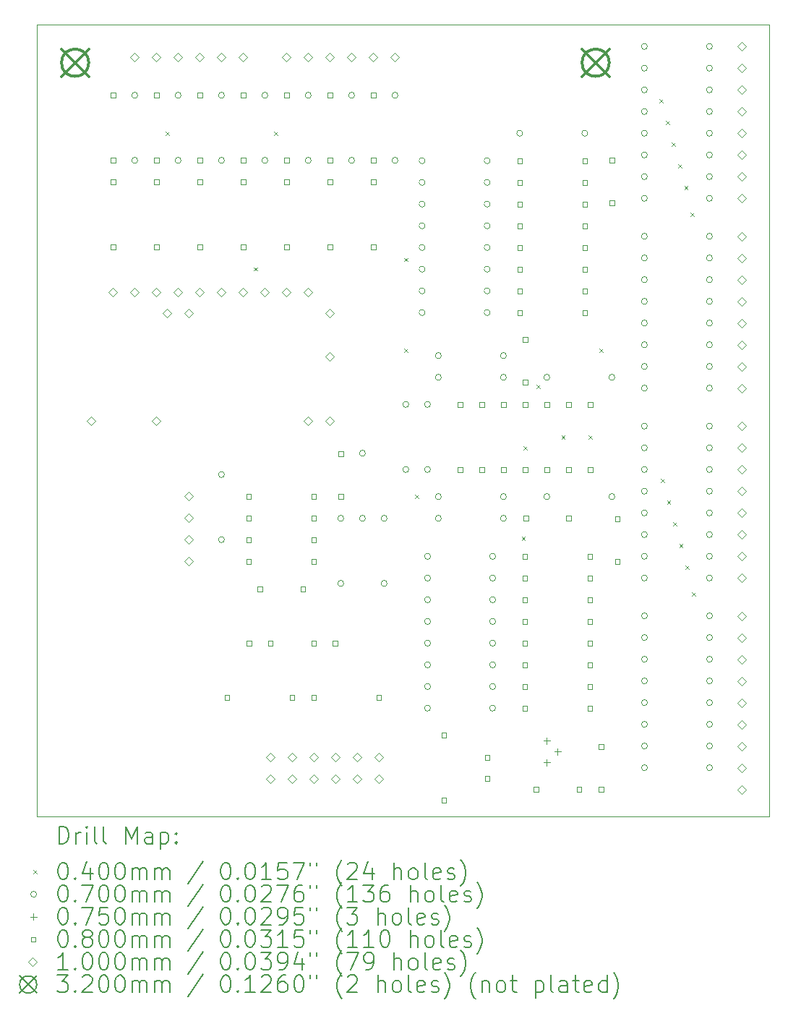
<source format=gbr>
%TF.GenerationSoftware,KiCad,Pcbnew,7.0.10*%
%TF.CreationDate,2024-10-12T09:33:20+01:00*%
%TF.ProjectId,CellularAutomaton-R,43656c6c-756c-4617-9241-75746f6d6174,rev?*%
%TF.SameCoordinates,Original*%
%TF.FileFunction,Drillmap*%
%TF.FilePolarity,Positive*%
%FSLAX45Y45*%
G04 Gerber Fmt 4.5, Leading zero omitted, Abs format (unit mm)*
G04 Created by KiCad (PCBNEW 7.0.10) date 2024-10-12 09:33:20*
%MOMM*%
%LPD*%
G01*
G04 APERTURE LIST*
%ADD10C,0.100000*%
%ADD11C,0.200000*%
%ADD12C,0.320000*%
G04 APERTURE END LIST*
D10*
X11239500Y-4762500D02*
X19812000Y-4762500D01*
X19812000Y-14033500D01*
X11239500Y-14033500D01*
X11239500Y-4762500D01*
D11*
D10*
X12743500Y-6012500D02*
X12783500Y-6052500D01*
X12783500Y-6012500D02*
X12743500Y-6052500D01*
X13774740Y-7602540D02*
X13814740Y-7642540D01*
X13814740Y-7602540D02*
X13774740Y-7642540D01*
X14013500Y-6012500D02*
X14053500Y-6052500D01*
X14053500Y-6012500D02*
X14013500Y-6052500D01*
X15537500Y-7493320D02*
X15577500Y-7533320D01*
X15577500Y-7493320D02*
X15537500Y-7533320D01*
X15537500Y-8552500D02*
X15577500Y-8592500D01*
X15577500Y-8552500D02*
X15537500Y-8592500D01*
X15664500Y-10267000D02*
X15704500Y-10307000D01*
X15704500Y-10267000D02*
X15664500Y-10307000D01*
X16914180Y-10757220D02*
X16954180Y-10797220D01*
X16954180Y-10757220D02*
X16914180Y-10797220D01*
X16934500Y-9695500D02*
X16974500Y-9735500D01*
X16974500Y-9695500D02*
X16934500Y-9735500D01*
X17089440Y-8979220D02*
X17129440Y-9019220D01*
X17129440Y-8979220D02*
X17089440Y-9019220D01*
X17379000Y-9568500D02*
X17419000Y-9608500D01*
X17419000Y-9568500D02*
X17379000Y-9608500D01*
X17696500Y-9568500D02*
X17736500Y-9608500D01*
X17736500Y-9568500D02*
X17696500Y-9608500D01*
X17823500Y-8552500D02*
X17863500Y-8592500D01*
X17863500Y-8552500D02*
X17823500Y-8592500D01*
X18528460Y-5631500D02*
X18568460Y-5671500D01*
X18568460Y-5631500D02*
X18528460Y-5671500D01*
X18543700Y-10076500D02*
X18583700Y-10116500D01*
X18583700Y-10076500D02*
X18543700Y-10116500D01*
X18600960Y-5885500D02*
X18640960Y-5925500D01*
X18640960Y-5885500D02*
X18600960Y-5925500D01*
X18616200Y-10330500D02*
X18656200Y-10370500D01*
X18656200Y-10330500D02*
X18616200Y-10370500D01*
X18673460Y-6139500D02*
X18713460Y-6179500D01*
X18713460Y-6139500D02*
X18673460Y-6179500D01*
X18688700Y-10584500D02*
X18728700Y-10624500D01*
X18728700Y-10584500D02*
X18688700Y-10624500D01*
X18745960Y-6393500D02*
X18785960Y-6433500D01*
X18785960Y-6393500D02*
X18745960Y-6433500D01*
X18761200Y-10838500D02*
X18801200Y-10878500D01*
X18801200Y-10838500D02*
X18761200Y-10878500D01*
X18818460Y-6647500D02*
X18858460Y-6687500D01*
X18858460Y-6647500D02*
X18818460Y-6687500D01*
X18833700Y-11092500D02*
X18873700Y-11132500D01*
X18873700Y-11092500D02*
X18833700Y-11132500D01*
X18890960Y-6965000D02*
X18930960Y-7005000D01*
X18930960Y-6965000D02*
X18890960Y-7005000D01*
X18906200Y-11410000D02*
X18946200Y-11450000D01*
X18946200Y-11410000D02*
X18906200Y-11450000D01*
X12417500Y-5588000D02*
G75*
G03*
X12347500Y-5588000I-35000J0D01*
G01*
X12347500Y-5588000D02*
G75*
G03*
X12417500Y-5588000I35000J0D01*
G01*
X12417500Y-6350000D02*
G75*
G03*
X12347500Y-6350000I-35000J0D01*
G01*
X12347500Y-6350000D02*
G75*
G03*
X12417500Y-6350000I35000J0D01*
G01*
X12925500Y-5588000D02*
G75*
G03*
X12855500Y-5588000I-35000J0D01*
G01*
X12855500Y-5588000D02*
G75*
G03*
X12925500Y-5588000I35000J0D01*
G01*
X12925500Y-6350000D02*
G75*
G03*
X12855500Y-6350000I-35000J0D01*
G01*
X12855500Y-6350000D02*
G75*
G03*
X12925500Y-6350000I35000J0D01*
G01*
X13433500Y-5588000D02*
G75*
G03*
X13363500Y-5588000I-35000J0D01*
G01*
X13363500Y-5588000D02*
G75*
G03*
X13433500Y-5588000I35000J0D01*
G01*
X13433500Y-6350000D02*
G75*
G03*
X13363500Y-6350000I-35000J0D01*
G01*
X13363500Y-6350000D02*
G75*
G03*
X13433500Y-6350000I35000J0D01*
G01*
X13433500Y-10029000D02*
G75*
G03*
X13363500Y-10029000I-35000J0D01*
G01*
X13363500Y-10029000D02*
G75*
G03*
X13433500Y-10029000I35000J0D01*
G01*
X13433500Y-10791000D02*
G75*
G03*
X13363500Y-10791000I-35000J0D01*
G01*
X13363500Y-10791000D02*
G75*
G03*
X13433500Y-10791000I35000J0D01*
G01*
X13941500Y-5588000D02*
G75*
G03*
X13871500Y-5588000I-35000J0D01*
G01*
X13871500Y-5588000D02*
G75*
G03*
X13941500Y-5588000I35000J0D01*
G01*
X13941500Y-6350000D02*
G75*
G03*
X13871500Y-6350000I-35000J0D01*
G01*
X13871500Y-6350000D02*
G75*
G03*
X13941500Y-6350000I35000J0D01*
G01*
X14449500Y-5588000D02*
G75*
G03*
X14379500Y-5588000I-35000J0D01*
G01*
X14379500Y-5588000D02*
G75*
G03*
X14449500Y-5588000I35000J0D01*
G01*
X14449500Y-6350000D02*
G75*
G03*
X14379500Y-6350000I-35000J0D01*
G01*
X14379500Y-6350000D02*
G75*
G03*
X14449500Y-6350000I35000J0D01*
G01*
X14830500Y-10541000D02*
G75*
G03*
X14760500Y-10541000I-35000J0D01*
G01*
X14760500Y-10541000D02*
G75*
G03*
X14830500Y-10541000I35000J0D01*
G01*
X14830500Y-11303000D02*
G75*
G03*
X14760500Y-11303000I-35000J0D01*
G01*
X14760500Y-11303000D02*
G75*
G03*
X14830500Y-11303000I35000J0D01*
G01*
X14957500Y-5588000D02*
G75*
G03*
X14887500Y-5588000I-35000J0D01*
G01*
X14887500Y-5588000D02*
G75*
G03*
X14957500Y-5588000I35000J0D01*
G01*
X14957500Y-6350000D02*
G75*
G03*
X14887500Y-6350000I-35000J0D01*
G01*
X14887500Y-6350000D02*
G75*
G03*
X14957500Y-6350000I35000J0D01*
G01*
X15084500Y-9779000D02*
G75*
G03*
X15014500Y-9779000I-35000J0D01*
G01*
X15014500Y-9779000D02*
G75*
G03*
X15084500Y-9779000I35000J0D01*
G01*
X15084500Y-10541000D02*
G75*
G03*
X15014500Y-10541000I-35000J0D01*
G01*
X15014500Y-10541000D02*
G75*
G03*
X15084500Y-10541000I35000J0D01*
G01*
X15338500Y-10541000D02*
G75*
G03*
X15268500Y-10541000I-35000J0D01*
G01*
X15268500Y-10541000D02*
G75*
G03*
X15338500Y-10541000I35000J0D01*
G01*
X15338500Y-11303000D02*
G75*
G03*
X15268500Y-11303000I-35000J0D01*
G01*
X15268500Y-11303000D02*
G75*
G03*
X15338500Y-11303000I35000J0D01*
G01*
X15465500Y-5588000D02*
G75*
G03*
X15395500Y-5588000I-35000J0D01*
G01*
X15395500Y-5588000D02*
G75*
G03*
X15465500Y-5588000I35000J0D01*
G01*
X15465500Y-6350000D02*
G75*
G03*
X15395500Y-6350000I-35000J0D01*
G01*
X15395500Y-6350000D02*
G75*
G03*
X15465500Y-6350000I35000J0D01*
G01*
X15592500Y-9207500D02*
G75*
G03*
X15522500Y-9207500I-35000J0D01*
G01*
X15522500Y-9207500D02*
G75*
G03*
X15592500Y-9207500I35000J0D01*
G01*
X15592500Y-9969500D02*
G75*
G03*
X15522500Y-9969500I-35000J0D01*
G01*
X15522500Y-9969500D02*
G75*
G03*
X15592500Y-9969500I35000J0D01*
G01*
X15783000Y-6354000D02*
G75*
G03*
X15713000Y-6354000I-35000J0D01*
G01*
X15713000Y-6354000D02*
G75*
G03*
X15783000Y-6354000I35000J0D01*
G01*
X15783000Y-6608000D02*
G75*
G03*
X15713000Y-6608000I-35000J0D01*
G01*
X15713000Y-6608000D02*
G75*
G03*
X15783000Y-6608000I35000J0D01*
G01*
X15783000Y-6862000D02*
G75*
G03*
X15713000Y-6862000I-35000J0D01*
G01*
X15713000Y-6862000D02*
G75*
G03*
X15783000Y-6862000I35000J0D01*
G01*
X15783000Y-7116000D02*
G75*
G03*
X15713000Y-7116000I-35000J0D01*
G01*
X15713000Y-7116000D02*
G75*
G03*
X15783000Y-7116000I35000J0D01*
G01*
X15783000Y-7370000D02*
G75*
G03*
X15713000Y-7370000I-35000J0D01*
G01*
X15713000Y-7370000D02*
G75*
G03*
X15783000Y-7370000I35000J0D01*
G01*
X15783000Y-7624000D02*
G75*
G03*
X15713000Y-7624000I-35000J0D01*
G01*
X15713000Y-7624000D02*
G75*
G03*
X15783000Y-7624000I35000J0D01*
G01*
X15783000Y-7878000D02*
G75*
G03*
X15713000Y-7878000I-35000J0D01*
G01*
X15713000Y-7878000D02*
G75*
G03*
X15783000Y-7878000I35000J0D01*
G01*
X15783000Y-8132000D02*
G75*
G03*
X15713000Y-8132000I-35000J0D01*
G01*
X15713000Y-8132000D02*
G75*
G03*
X15783000Y-8132000I35000J0D01*
G01*
X15846500Y-9207500D02*
G75*
G03*
X15776500Y-9207500I-35000J0D01*
G01*
X15776500Y-9207500D02*
G75*
G03*
X15846500Y-9207500I35000J0D01*
G01*
X15846500Y-9969500D02*
G75*
G03*
X15776500Y-9969500I-35000J0D01*
G01*
X15776500Y-9969500D02*
G75*
G03*
X15846500Y-9969500I35000J0D01*
G01*
X15846500Y-10986500D02*
G75*
G03*
X15776500Y-10986500I-35000J0D01*
G01*
X15776500Y-10986500D02*
G75*
G03*
X15846500Y-10986500I35000J0D01*
G01*
X15846500Y-11240500D02*
G75*
G03*
X15776500Y-11240500I-35000J0D01*
G01*
X15776500Y-11240500D02*
G75*
G03*
X15846500Y-11240500I35000J0D01*
G01*
X15846500Y-11494500D02*
G75*
G03*
X15776500Y-11494500I-35000J0D01*
G01*
X15776500Y-11494500D02*
G75*
G03*
X15846500Y-11494500I35000J0D01*
G01*
X15846500Y-11748500D02*
G75*
G03*
X15776500Y-11748500I-35000J0D01*
G01*
X15776500Y-11748500D02*
G75*
G03*
X15846500Y-11748500I35000J0D01*
G01*
X15846500Y-12002500D02*
G75*
G03*
X15776500Y-12002500I-35000J0D01*
G01*
X15776500Y-12002500D02*
G75*
G03*
X15846500Y-12002500I35000J0D01*
G01*
X15846500Y-12256500D02*
G75*
G03*
X15776500Y-12256500I-35000J0D01*
G01*
X15776500Y-12256500D02*
G75*
G03*
X15846500Y-12256500I35000J0D01*
G01*
X15846500Y-12510500D02*
G75*
G03*
X15776500Y-12510500I-35000J0D01*
G01*
X15776500Y-12510500D02*
G75*
G03*
X15846500Y-12510500I35000J0D01*
G01*
X15846500Y-12763500D02*
G75*
G03*
X15776500Y-12763500I-35000J0D01*
G01*
X15776500Y-12763500D02*
G75*
G03*
X15846500Y-12763500I35000J0D01*
G01*
X15973500Y-8636000D02*
G75*
G03*
X15903500Y-8636000I-35000J0D01*
G01*
X15903500Y-8636000D02*
G75*
G03*
X15973500Y-8636000I35000J0D01*
G01*
X15973500Y-8890000D02*
G75*
G03*
X15903500Y-8890000I-35000J0D01*
G01*
X15903500Y-8890000D02*
G75*
G03*
X15973500Y-8890000I35000J0D01*
G01*
X15973500Y-10287000D02*
G75*
G03*
X15903500Y-10287000I-35000J0D01*
G01*
X15903500Y-10287000D02*
G75*
G03*
X15973500Y-10287000I35000J0D01*
G01*
X15973500Y-10541000D02*
G75*
G03*
X15903500Y-10541000I-35000J0D01*
G01*
X15903500Y-10541000D02*
G75*
G03*
X15973500Y-10541000I35000J0D01*
G01*
X16545000Y-6354000D02*
G75*
G03*
X16475000Y-6354000I-35000J0D01*
G01*
X16475000Y-6354000D02*
G75*
G03*
X16545000Y-6354000I35000J0D01*
G01*
X16545000Y-6608000D02*
G75*
G03*
X16475000Y-6608000I-35000J0D01*
G01*
X16475000Y-6608000D02*
G75*
G03*
X16545000Y-6608000I35000J0D01*
G01*
X16545000Y-6862000D02*
G75*
G03*
X16475000Y-6862000I-35000J0D01*
G01*
X16475000Y-6862000D02*
G75*
G03*
X16545000Y-6862000I35000J0D01*
G01*
X16545000Y-7116000D02*
G75*
G03*
X16475000Y-7116000I-35000J0D01*
G01*
X16475000Y-7116000D02*
G75*
G03*
X16545000Y-7116000I35000J0D01*
G01*
X16545000Y-7370000D02*
G75*
G03*
X16475000Y-7370000I-35000J0D01*
G01*
X16475000Y-7370000D02*
G75*
G03*
X16545000Y-7370000I35000J0D01*
G01*
X16545000Y-7624000D02*
G75*
G03*
X16475000Y-7624000I-35000J0D01*
G01*
X16475000Y-7624000D02*
G75*
G03*
X16545000Y-7624000I35000J0D01*
G01*
X16545000Y-7878000D02*
G75*
G03*
X16475000Y-7878000I-35000J0D01*
G01*
X16475000Y-7878000D02*
G75*
G03*
X16545000Y-7878000I35000J0D01*
G01*
X16545000Y-8132000D02*
G75*
G03*
X16475000Y-8132000I-35000J0D01*
G01*
X16475000Y-8132000D02*
G75*
G03*
X16545000Y-8132000I35000J0D01*
G01*
X16608500Y-10986500D02*
G75*
G03*
X16538500Y-10986500I-35000J0D01*
G01*
X16538500Y-10986500D02*
G75*
G03*
X16608500Y-10986500I35000J0D01*
G01*
X16608500Y-11240500D02*
G75*
G03*
X16538500Y-11240500I-35000J0D01*
G01*
X16538500Y-11240500D02*
G75*
G03*
X16608500Y-11240500I35000J0D01*
G01*
X16608500Y-11494500D02*
G75*
G03*
X16538500Y-11494500I-35000J0D01*
G01*
X16538500Y-11494500D02*
G75*
G03*
X16608500Y-11494500I35000J0D01*
G01*
X16608500Y-11748500D02*
G75*
G03*
X16538500Y-11748500I-35000J0D01*
G01*
X16538500Y-11748500D02*
G75*
G03*
X16608500Y-11748500I35000J0D01*
G01*
X16608500Y-12002500D02*
G75*
G03*
X16538500Y-12002500I-35000J0D01*
G01*
X16538500Y-12002500D02*
G75*
G03*
X16608500Y-12002500I35000J0D01*
G01*
X16608500Y-12256500D02*
G75*
G03*
X16538500Y-12256500I-35000J0D01*
G01*
X16538500Y-12256500D02*
G75*
G03*
X16608500Y-12256500I35000J0D01*
G01*
X16608500Y-12510500D02*
G75*
G03*
X16538500Y-12510500I-35000J0D01*
G01*
X16538500Y-12510500D02*
G75*
G03*
X16608500Y-12510500I35000J0D01*
G01*
X16608500Y-12763500D02*
G75*
G03*
X16538500Y-12763500I-35000J0D01*
G01*
X16538500Y-12763500D02*
G75*
G03*
X16608500Y-12763500I35000J0D01*
G01*
X16735500Y-8636000D02*
G75*
G03*
X16665500Y-8636000I-35000J0D01*
G01*
X16665500Y-8636000D02*
G75*
G03*
X16735500Y-8636000I35000J0D01*
G01*
X16735500Y-8890000D02*
G75*
G03*
X16665500Y-8890000I-35000J0D01*
G01*
X16665500Y-8890000D02*
G75*
G03*
X16735500Y-8890000I35000J0D01*
G01*
X16735500Y-10287000D02*
G75*
G03*
X16665500Y-10287000I-35000J0D01*
G01*
X16665500Y-10287000D02*
G75*
G03*
X16735500Y-10287000I35000J0D01*
G01*
X16735500Y-10541000D02*
G75*
G03*
X16665500Y-10541000I-35000J0D01*
G01*
X16665500Y-10541000D02*
G75*
G03*
X16735500Y-10541000I35000J0D01*
G01*
X16926000Y-6032500D02*
G75*
G03*
X16856000Y-6032500I-35000J0D01*
G01*
X16856000Y-6032500D02*
G75*
G03*
X16926000Y-6032500I35000J0D01*
G01*
X17243500Y-8890000D02*
G75*
G03*
X17173500Y-8890000I-35000J0D01*
G01*
X17173500Y-8890000D02*
G75*
G03*
X17243500Y-8890000I35000J0D01*
G01*
X17243500Y-10287000D02*
G75*
G03*
X17173500Y-10287000I-35000J0D01*
G01*
X17173500Y-10287000D02*
G75*
G03*
X17243500Y-10287000I35000J0D01*
G01*
X17688000Y-6032500D02*
G75*
G03*
X17618000Y-6032500I-35000J0D01*
G01*
X17618000Y-6032500D02*
G75*
G03*
X17688000Y-6032500I35000J0D01*
G01*
X18005500Y-8890000D02*
G75*
G03*
X17935500Y-8890000I-35000J0D01*
G01*
X17935500Y-8890000D02*
G75*
G03*
X18005500Y-8890000I35000J0D01*
G01*
X18005500Y-10287000D02*
G75*
G03*
X17935500Y-10287000I-35000J0D01*
G01*
X17935500Y-10287000D02*
G75*
G03*
X18005500Y-10287000I35000J0D01*
G01*
X18386500Y-5016500D02*
G75*
G03*
X18316500Y-5016500I-35000J0D01*
G01*
X18316500Y-5016500D02*
G75*
G03*
X18386500Y-5016500I35000J0D01*
G01*
X18386500Y-5270500D02*
G75*
G03*
X18316500Y-5270500I-35000J0D01*
G01*
X18316500Y-5270500D02*
G75*
G03*
X18386500Y-5270500I35000J0D01*
G01*
X18386500Y-5524500D02*
G75*
G03*
X18316500Y-5524500I-35000J0D01*
G01*
X18316500Y-5524500D02*
G75*
G03*
X18386500Y-5524500I35000J0D01*
G01*
X18386500Y-5778500D02*
G75*
G03*
X18316500Y-5778500I-35000J0D01*
G01*
X18316500Y-5778500D02*
G75*
G03*
X18386500Y-5778500I35000J0D01*
G01*
X18386500Y-6032500D02*
G75*
G03*
X18316500Y-6032500I-35000J0D01*
G01*
X18316500Y-6032500D02*
G75*
G03*
X18386500Y-6032500I35000J0D01*
G01*
X18386500Y-6286500D02*
G75*
G03*
X18316500Y-6286500I-35000J0D01*
G01*
X18316500Y-6286500D02*
G75*
G03*
X18386500Y-6286500I35000J0D01*
G01*
X18386500Y-6540500D02*
G75*
G03*
X18316500Y-6540500I-35000J0D01*
G01*
X18316500Y-6540500D02*
G75*
G03*
X18386500Y-6540500I35000J0D01*
G01*
X18386500Y-6794500D02*
G75*
G03*
X18316500Y-6794500I-35000J0D01*
G01*
X18316500Y-6794500D02*
G75*
G03*
X18386500Y-6794500I35000J0D01*
G01*
X18386500Y-7239000D02*
G75*
G03*
X18316500Y-7239000I-35000J0D01*
G01*
X18316500Y-7239000D02*
G75*
G03*
X18386500Y-7239000I35000J0D01*
G01*
X18386500Y-7493000D02*
G75*
G03*
X18316500Y-7493000I-35000J0D01*
G01*
X18316500Y-7493000D02*
G75*
G03*
X18386500Y-7493000I35000J0D01*
G01*
X18386500Y-7747000D02*
G75*
G03*
X18316500Y-7747000I-35000J0D01*
G01*
X18316500Y-7747000D02*
G75*
G03*
X18386500Y-7747000I35000J0D01*
G01*
X18386500Y-8001000D02*
G75*
G03*
X18316500Y-8001000I-35000J0D01*
G01*
X18316500Y-8001000D02*
G75*
G03*
X18386500Y-8001000I35000J0D01*
G01*
X18386500Y-8255000D02*
G75*
G03*
X18316500Y-8255000I-35000J0D01*
G01*
X18316500Y-8255000D02*
G75*
G03*
X18386500Y-8255000I35000J0D01*
G01*
X18386500Y-8509000D02*
G75*
G03*
X18316500Y-8509000I-35000J0D01*
G01*
X18316500Y-8509000D02*
G75*
G03*
X18386500Y-8509000I35000J0D01*
G01*
X18386500Y-8763000D02*
G75*
G03*
X18316500Y-8763000I-35000J0D01*
G01*
X18316500Y-8763000D02*
G75*
G03*
X18386500Y-8763000I35000J0D01*
G01*
X18386500Y-9017000D02*
G75*
G03*
X18316500Y-9017000I-35000J0D01*
G01*
X18316500Y-9017000D02*
G75*
G03*
X18386500Y-9017000I35000J0D01*
G01*
X18386500Y-9461500D02*
G75*
G03*
X18316500Y-9461500I-35000J0D01*
G01*
X18316500Y-9461500D02*
G75*
G03*
X18386500Y-9461500I35000J0D01*
G01*
X18386500Y-9715500D02*
G75*
G03*
X18316500Y-9715500I-35000J0D01*
G01*
X18316500Y-9715500D02*
G75*
G03*
X18386500Y-9715500I35000J0D01*
G01*
X18386500Y-9969500D02*
G75*
G03*
X18316500Y-9969500I-35000J0D01*
G01*
X18316500Y-9969500D02*
G75*
G03*
X18386500Y-9969500I35000J0D01*
G01*
X18386500Y-10223500D02*
G75*
G03*
X18316500Y-10223500I-35000J0D01*
G01*
X18316500Y-10223500D02*
G75*
G03*
X18386500Y-10223500I35000J0D01*
G01*
X18386500Y-10477500D02*
G75*
G03*
X18316500Y-10477500I-35000J0D01*
G01*
X18316500Y-10477500D02*
G75*
G03*
X18386500Y-10477500I35000J0D01*
G01*
X18386500Y-10731500D02*
G75*
G03*
X18316500Y-10731500I-35000J0D01*
G01*
X18316500Y-10731500D02*
G75*
G03*
X18386500Y-10731500I35000J0D01*
G01*
X18386500Y-10985500D02*
G75*
G03*
X18316500Y-10985500I-35000J0D01*
G01*
X18316500Y-10985500D02*
G75*
G03*
X18386500Y-10985500I35000J0D01*
G01*
X18386500Y-11239500D02*
G75*
G03*
X18316500Y-11239500I-35000J0D01*
G01*
X18316500Y-11239500D02*
G75*
G03*
X18386500Y-11239500I35000J0D01*
G01*
X18386500Y-11683000D02*
G75*
G03*
X18316500Y-11683000I-35000J0D01*
G01*
X18316500Y-11683000D02*
G75*
G03*
X18386500Y-11683000I35000J0D01*
G01*
X18386500Y-11937000D02*
G75*
G03*
X18316500Y-11937000I-35000J0D01*
G01*
X18316500Y-11937000D02*
G75*
G03*
X18386500Y-11937000I35000J0D01*
G01*
X18386500Y-12191000D02*
G75*
G03*
X18316500Y-12191000I-35000J0D01*
G01*
X18316500Y-12191000D02*
G75*
G03*
X18386500Y-12191000I35000J0D01*
G01*
X18386500Y-12445000D02*
G75*
G03*
X18316500Y-12445000I-35000J0D01*
G01*
X18316500Y-12445000D02*
G75*
G03*
X18386500Y-12445000I35000J0D01*
G01*
X18386500Y-12699000D02*
G75*
G03*
X18316500Y-12699000I-35000J0D01*
G01*
X18316500Y-12699000D02*
G75*
G03*
X18386500Y-12699000I35000J0D01*
G01*
X18386500Y-12953000D02*
G75*
G03*
X18316500Y-12953000I-35000J0D01*
G01*
X18316500Y-12953000D02*
G75*
G03*
X18386500Y-12953000I35000J0D01*
G01*
X18386500Y-13207000D02*
G75*
G03*
X18316500Y-13207000I-35000J0D01*
G01*
X18316500Y-13207000D02*
G75*
G03*
X18386500Y-13207000I35000J0D01*
G01*
X18386500Y-13461000D02*
G75*
G03*
X18316500Y-13461000I-35000J0D01*
G01*
X18316500Y-13461000D02*
G75*
G03*
X18386500Y-13461000I35000J0D01*
G01*
X19148500Y-5016500D02*
G75*
G03*
X19078500Y-5016500I-35000J0D01*
G01*
X19078500Y-5016500D02*
G75*
G03*
X19148500Y-5016500I35000J0D01*
G01*
X19148500Y-5270500D02*
G75*
G03*
X19078500Y-5270500I-35000J0D01*
G01*
X19078500Y-5270500D02*
G75*
G03*
X19148500Y-5270500I35000J0D01*
G01*
X19148500Y-5524500D02*
G75*
G03*
X19078500Y-5524500I-35000J0D01*
G01*
X19078500Y-5524500D02*
G75*
G03*
X19148500Y-5524500I35000J0D01*
G01*
X19148500Y-5778500D02*
G75*
G03*
X19078500Y-5778500I-35000J0D01*
G01*
X19078500Y-5778500D02*
G75*
G03*
X19148500Y-5778500I35000J0D01*
G01*
X19148500Y-6032500D02*
G75*
G03*
X19078500Y-6032500I-35000J0D01*
G01*
X19078500Y-6032500D02*
G75*
G03*
X19148500Y-6032500I35000J0D01*
G01*
X19148500Y-6286500D02*
G75*
G03*
X19078500Y-6286500I-35000J0D01*
G01*
X19078500Y-6286500D02*
G75*
G03*
X19148500Y-6286500I35000J0D01*
G01*
X19148500Y-6540500D02*
G75*
G03*
X19078500Y-6540500I-35000J0D01*
G01*
X19078500Y-6540500D02*
G75*
G03*
X19148500Y-6540500I35000J0D01*
G01*
X19148500Y-6794500D02*
G75*
G03*
X19078500Y-6794500I-35000J0D01*
G01*
X19078500Y-6794500D02*
G75*
G03*
X19148500Y-6794500I35000J0D01*
G01*
X19148500Y-7239000D02*
G75*
G03*
X19078500Y-7239000I-35000J0D01*
G01*
X19078500Y-7239000D02*
G75*
G03*
X19148500Y-7239000I35000J0D01*
G01*
X19148500Y-7493000D02*
G75*
G03*
X19078500Y-7493000I-35000J0D01*
G01*
X19078500Y-7493000D02*
G75*
G03*
X19148500Y-7493000I35000J0D01*
G01*
X19148500Y-7747000D02*
G75*
G03*
X19078500Y-7747000I-35000J0D01*
G01*
X19078500Y-7747000D02*
G75*
G03*
X19148500Y-7747000I35000J0D01*
G01*
X19148500Y-8001000D02*
G75*
G03*
X19078500Y-8001000I-35000J0D01*
G01*
X19078500Y-8001000D02*
G75*
G03*
X19148500Y-8001000I35000J0D01*
G01*
X19148500Y-8255000D02*
G75*
G03*
X19078500Y-8255000I-35000J0D01*
G01*
X19078500Y-8255000D02*
G75*
G03*
X19148500Y-8255000I35000J0D01*
G01*
X19148500Y-8509000D02*
G75*
G03*
X19078500Y-8509000I-35000J0D01*
G01*
X19078500Y-8509000D02*
G75*
G03*
X19148500Y-8509000I35000J0D01*
G01*
X19148500Y-8763000D02*
G75*
G03*
X19078500Y-8763000I-35000J0D01*
G01*
X19078500Y-8763000D02*
G75*
G03*
X19148500Y-8763000I35000J0D01*
G01*
X19148500Y-9017000D02*
G75*
G03*
X19078500Y-9017000I-35000J0D01*
G01*
X19078500Y-9017000D02*
G75*
G03*
X19148500Y-9017000I35000J0D01*
G01*
X19148500Y-9461500D02*
G75*
G03*
X19078500Y-9461500I-35000J0D01*
G01*
X19078500Y-9461500D02*
G75*
G03*
X19148500Y-9461500I35000J0D01*
G01*
X19148500Y-9715500D02*
G75*
G03*
X19078500Y-9715500I-35000J0D01*
G01*
X19078500Y-9715500D02*
G75*
G03*
X19148500Y-9715500I35000J0D01*
G01*
X19148500Y-9969500D02*
G75*
G03*
X19078500Y-9969500I-35000J0D01*
G01*
X19078500Y-9969500D02*
G75*
G03*
X19148500Y-9969500I35000J0D01*
G01*
X19148500Y-10223500D02*
G75*
G03*
X19078500Y-10223500I-35000J0D01*
G01*
X19078500Y-10223500D02*
G75*
G03*
X19148500Y-10223500I35000J0D01*
G01*
X19148500Y-10477500D02*
G75*
G03*
X19078500Y-10477500I-35000J0D01*
G01*
X19078500Y-10477500D02*
G75*
G03*
X19148500Y-10477500I35000J0D01*
G01*
X19148500Y-10731500D02*
G75*
G03*
X19078500Y-10731500I-35000J0D01*
G01*
X19078500Y-10731500D02*
G75*
G03*
X19148500Y-10731500I35000J0D01*
G01*
X19148500Y-10985500D02*
G75*
G03*
X19078500Y-10985500I-35000J0D01*
G01*
X19078500Y-10985500D02*
G75*
G03*
X19148500Y-10985500I35000J0D01*
G01*
X19148500Y-11239500D02*
G75*
G03*
X19078500Y-11239500I-35000J0D01*
G01*
X19078500Y-11239500D02*
G75*
G03*
X19148500Y-11239500I35000J0D01*
G01*
X19148500Y-11683000D02*
G75*
G03*
X19078500Y-11683000I-35000J0D01*
G01*
X19078500Y-11683000D02*
G75*
G03*
X19148500Y-11683000I35000J0D01*
G01*
X19148500Y-11937000D02*
G75*
G03*
X19078500Y-11937000I-35000J0D01*
G01*
X19078500Y-11937000D02*
G75*
G03*
X19148500Y-11937000I35000J0D01*
G01*
X19148500Y-12191000D02*
G75*
G03*
X19078500Y-12191000I-35000J0D01*
G01*
X19078500Y-12191000D02*
G75*
G03*
X19148500Y-12191000I35000J0D01*
G01*
X19148500Y-12445000D02*
G75*
G03*
X19078500Y-12445000I-35000J0D01*
G01*
X19078500Y-12445000D02*
G75*
G03*
X19148500Y-12445000I35000J0D01*
G01*
X19148500Y-12699000D02*
G75*
G03*
X19078500Y-12699000I-35000J0D01*
G01*
X19078500Y-12699000D02*
G75*
G03*
X19148500Y-12699000I35000J0D01*
G01*
X19148500Y-12953000D02*
G75*
G03*
X19078500Y-12953000I-35000J0D01*
G01*
X19078500Y-12953000D02*
G75*
G03*
X19148500Y-12953000I35000J0D01*
G01*
X19148500Y-13207000D02*
G75*
G03*
X19078500Y-13207000I-35000J0D01*
G01*
X19078500Y-13207000D02*
G75*
G03*
X19148500Y-13207000I35000J0D01*
G01*
X19148500Y-13461000D02*
G75*
G03*
X19078500Y-13461000I-35000J0D01*
G01*
X19078500Y-13461000D02*
G75*
G03*
X19148500Y-13461000I35000J0D01*
G01*
X17208500Y-13107000D02*
X17208500Y-13182000D01*
X17171000Y-13144500D02*
X17246000Y-13144500D01*
X17208500Y-13361000D02*
X17208500Y-13436000D01*
X17171000Y-13398500D02*
X17246000Y-13398500D01*
X17335500Y-13234000D02*
X17335500Y-13309000D01*
X17298000Y-13271500D02*
X17373000Y-13271500D01*
X12156784Y-5616284D02*
X12156784Y-5559716D01*
X12100215Y-5559716D01*
X12100215Y-5616284D01*
X12156784Y-5616284D01*
X12156784Y-6378284D02*
X12156784Y-6321715D01*
X12100215Y-6321715D01*
X12100215Y-6378284D01*
X12156784Y-6378284D01*
X12156784Y-6632284D02*
X12156784Y-6575715D01*
X12100215Y-6575715D01*
X12100215Y-6632284D01*
X12156784Y-6632284D01*
X12156784Y-7394284D02*
X12156784Y-7337715D01*
X12100215Y-7337715D01*
X12100215Y-7394284D01*
X12156784Y-7394284D01*
X12664784Y-5616284D02*
X12664784Y-5559716D01*
X12608215Y-5559716D01*
X12608215Y-5616284D01*
X12664784Y-5616284D01*
X12664784Y-6378284D02*
X12664784Y-6321715D01*
X12608215Y-6321715D01*
X12608215Y-6378284D01*
X12664784Y-6378284D01*
X12664784Y-6632284D02*
X12664784Y-6575715D01*
X12608215Y-6575715D01*
X12608215Y-6632284D01*
X12664784Y-6632284D01*
X12664784Y-7394284D02*
X12664784Y-7337715D01*
X12608215Y-7337715D01*
X12608215Y-7394284D01*
X12664784Y-7394284D01*
X13172784Y-5616284D02*
X13172784Y-5559716D01*
X13116215Y-5559716D01*
X13116215Y-5616284D01*
X13172784Y-5616284D01*
X13172784Y-6378284D02*
X13172784Y-6321715D01*
X13116215Y-6321715D01*
X13116215Y-6378284D01*
X13172784Y-6378284D01*
X13172784Y-6632284D02*
X13172784Y-6575715D01*
X13116215Y-6575715D01*
X13116215Y-6632284D01*
X13172784Y-6632284D01*
X13172784Y-7394284D02*
X13172784Y-7337715D01*
X13116215Y-7337715D01*
X13116215Y-7394284D01*
X13172784Y-7394284D01*
X13490284Y-12664784D02*
X13490284Y-12608215D01*
X13433715Y-12608215D01*
X13433715Y-12664784D01*
X13490284Y-12664784D01*
X13680784Y-5616284D02*
X13680784Y-5559716D01*
X13624215Y-5559716D01*
X13624215Y-5616284D01*
X13680784Y-5616284D01*
X13680784Y-6378284D02*
X13680784Y-6321715D01*
X13624215Y-6321715D01*
X13624215Y-6378284D01*
X13680784Y-6378284D01*
X13680784Y-6632284D02*
X13680784Y-6575715D01*
X13624215Y-6575715D01*
X13624215Y-6632284D01*
X13680784Y-6632284D01*
X13680784Y-7394284D02*
X13680784Y-7337715D01*
X13624215Y-7337715D01*
X13624215Y-7394284D01*
X13680784Y-7394284D01*
X13744284Y-10315285D02*
X13744284Y-10258716D01*
X13687715Y-10258716D01*
X13687715Y-10315285D01*
X13744284Y-10315285D01*
X13744284Y-10569285D02*
X13744284Y-10512716D01*
X13687715Y-10512716D01*
X13687715Y-10569285D01*
X13744284Y-10569285D01*
X13744284Y-10823285D02*
X13744284Y-10766716D01*
X13687715Y-10766716D01*
X13687715Y-10823285D01*
X13744284Y-10823285D01*
X13744284Y-11077285D02*
X13744284Y-11020716D01*
X13687715Y-11020716D01*
X13687715Y-11077285D01*
X13744284Y-11077285D01*
X13748284Y-12029784D02*
X13748284Y-11973215D01*
X13691715Y-11973215D01*
X13691715Y-12029784D01*
X13748284Y-12029784D01*
X13879284Y-11394784D02*
X13879284Y-11338215D01*
X13822715Y-11338215D01*
X13822715Y-11394784D01*
X13879284Y-11394784D01*
X13998284Y-12029784D02*
X13998284Y-11973215D01*
X13941715Y-11973215D01*
X13941715Y-12029784D01*
X13998284Y-12029784D01*
X14188784Y-5616284D02*
X14188784Y-5559716D01*
X14132215Y-5559716D01*
X14132215Y-5616284D01*
X14188784Y-5616284D01*
X14188784Y-6378284D02*
X14188784Y-6321715D01*
X14132215Y-6321715D01*
X14132215Y-6378284D01*
X14188784Y-6378284D01*
X14188784Y-6632284D02*
X14188784Y-6575715D01*
X14132215Y-6575715D01*
X14132215Y-6632284D01*
X14188784Y-6632284D01*
X14188784Y-7394284D02*
X14188784Y-7337715D01*
X14132215Y-7337715D01*
X14132215Y-7394284D01*
X14188784Y-7394284D01*
X14252284Y-12664784D02*
X14252284Y-12608215D01*
X14195715Y-12608215D01*
X14195715Y-12664784D01*
X14252284Y-12664784D01*
X14379284Y-11394784D02*
X14379284Y-11338215D01*
X14322715Y-11338215D01*
X14322715Y-11394784D01*
X14379284Y-11394784D01*
X14506284Y-10315285D02*
X14506284Y-10258716D01*
X14449715Y-10258716D01*
X14449715Y-10315285D01*
X14506284Y-10315285D01*
X14506284Y-10569285D02*
X14506284Y-10512716D01*
X14449715Y-10512716D01*
X14449715Y-10569285D01*
X14506284Y-10569285D01*
X14506284Y-10823285D02*
X14506284Y-10766716D01*
X14449715Y-10766716D01*
X14449715Y-10823285D01*
X14506284Y-10823285D01*
X14506284Y-11077285D02*
X14506284Y-11020716D01*
X14449715Y-11020716D01*
X14449715Y-11077285D01*
X14506284Y-11077285D01*
X14506284Y-12029784D02*
X14506284Y-11973215D01*
X14449715Y-11973215D01*
X14449715Y-12029784D01*
X14506284Y-12029784D01*
X14506284Y-12664784D02*
X14506284Y-12608215D01*
X14449715Y-12608215D01*
X14449715Y-12664784D01*
X14506284Y-12664784D01*
X14696784Y-5616284D02*
X14696784Y-5559716D01*
X14640215Y-5559716D01*
X14640215Y-5616284D01*
X14696784Y-5616284D01*
X14696784Y-6378284D02*
X14696784Y-6321715D01*
X14640215Y-6321715D01*
X14640215Y-6378284D01*
X14696784Y-6378284D01*
X14696784Y-6632284D02*
X14696784Y-6575715D01*
X14640215Y-6575715D01*
X14640215Y-6632284D01*
X14696784Y-6632284D01*
X14696784Y-7394284D02*
X14696784Y-7337715D01*
X14640215Y-7337715D01*
X14640215Y-7394284D01*
X14696784Y-7394284D01*
X14756284Y-12029784D02*
X14756284Y-11973215D01*
X14699715Y-11973215D01*
X14699715Y-12029784D01*
X14756284Y-12029784D01*
X14823784Y-9811285D02*
X14823784Y-9754716D01*
X14767215Y-9754716D01*
X14767215Y-9811285D01*
X14823784Y-9811285D01*
X14823784Y-10311285D02*
X14823784Y-10254716D01*
X14767215Y-10254716D01*
X14767215Y-10311285D01*
X14823784Y-10311285D01*
X15204784Y-5616284D02*
X15204784Y-5559716D01*
X15148215Y-5559716D01*
X15148215Y-5616284D01*
X15204784Y-5616284D01*
X15204784Y-6378284D02*
X15204784Y-6321715D01*
X15148215Y-6321715D01*
X15148215Y-6378284D01*
X15204784Y-6378284D01*
X15204784Y-6632284D02*
X15204784Y-6575715D01*
X15148215Y-6575715D01*
X15148215Y-6632284D01*
X15204784Y-6632284D01*
X15204784Y-7394284D02*
X15204784Y-7337715D01*
X15148215Y-7337715D01*
X15148215Y-7394284D01*
X15204784Y-7394284D01*
X15268284Y-12664784D02*
X15268284Y-12608215D01*
X15211715Y-12608215D01*
X15211715Y-12664784D01*
X15268284Y-12664784D01*
X16030284Y-13109284D02*
X16030284Y-13052715D01*
X15973715Y-13052715D01*
X15973715Y-13109284D01*
X16030284Y-13109284D01*
X16030284Y-13871284D02*
X16030284Y-13814715D01*
X15973715Y-13814715D01*
X15973715Y-13871284D01*
X16030284Y-13871284D01*
X16220784Y-9235785D02*
X16220784Y-9179216D01*
X16164215Y-9179216D01*
X16164215Y-9235785D01*
X16220784Y-9235785D01*
X16220784Y-9997785D02*
X16220784Y-9941216D01*
X16164215Y-9941216D01*
X16164215Y-9997785D01*
X16220784Y-9997785D01*
X16474784Y-9235785D02*
X16474784Y-9179216D01*
X16418215Y-9179216D01*
X16418215Y-9235785D01*
X16474784Y-9235785D01*
X16474784Y-9997785D02*
X16474784Y-9941216D01*
X16418215Y-9941216D01*
X16418215Y-9997785D01*
X16474784Y-9997785D01*
X16538284Y-13367284D02*
X16538284Y-13310715D01*
X16481715Y-13310715D01*
X16481715Y-13367284D01*
X16538284Y-13367284D01*
X16538284Y-13617284D02*
X16538284Y-13560715D01*
X16481715Y-13560715D01*
X16481715Y-13617284D01*
X16538284Y-13617284D01*
X16728784Y-9235785D02*
X16728784Y-9179216D01*
X16672215Y-9179216D01*
X16672215Y-9235785D01*
X16728784Y-9235785D01*
X16728784Y-9997785D02*
X16728784Y-9941216D01*
X16672215Y-9941216D01*
X16672215Y-9997785D01*
X16728784Y-9997785D01*
X16919285Y-6382284D02*
X16919285Y-6325715D01*
X16862716Y-6325715D01*
X16862716Y-6382284D01*
X16919285Y-6382284D01*
X16919285Y-6636284D02*
X16919285Y-6579715D01*
X16862716Y-6579715D01*
X16862716Y-6636284D01*
X16919285Y-6636284D01*
X16919285Y-6890284D02*
X16919285Y-6833715D01*
X16862716Y-6833715D01*
X16862716Y-6890284D01*
X16919285Y-6890284D01*
X16919285Y-7144284D02*
X16919285Y-7087715D01*
X16862716Y-7087715D01*
X16862716Y-7144284D01*
X16919285Y-7144284D01*
X16919285Y-7398284D02*
X16919285Y-7341715D01*
X16862716Y-7341715D01*
X16862716Y-7398284D01*
X16919285Y-7398284D01*
X16919285Y-7652284D02*
X16919285Y-7595715D01*
X16862716Y-7595715D01*
X16862716Y-7652284D01*
X16919285Y-7652284D01*
X16919285Y-7906284D02*
X16919285Y-7849715D01*
X16862716Y-7849715D01*
X16862716Y-7906284D01*
X16919285Y-7906284D01*
X16919285Y-8160284D02*
X16919285Y-8103715D01*
X16862716Y-8103715D01*
X16862716Y-8160284D01*
X16919285Y-8160284D01*
X16978785Y-11013785D02*
X16978785Y-10957216D01*
X16922216Y-10957216D01*
X16922216Y-11013785D01*
X16978785Y-11013785D01*
X16978785Y-11267784D02*
X16978785Y-11211215D01*
X16922216Y-11211215D01*
X16922216Y-11267784D01*
X16978785Y-11267784D01*
X16978785Y-11521784D02*
X16978785Y-11465215D01*
X16922216Y-11465215D01*
X16922216Y-11521784D01*
X16978785Y-11521784D01*
X16978785Y-11775784D02*
X16978785Y-11719215D01*
X16922216Y-11719215D01*
X16922216Y-11775784D01*
X16978785Y-11775784D01*
X16978785Y-12029784D02*
X16978785Y-11973215D01*
X16922216Y-11973215D01*
X16922216Y-12029784D01*
X16978785Y-12029784D01*
X16978785Y-12283784D02*
X16978785Y-12227215D01*
X16922216Y-12227215D01*
X16922216Y-12283784D01*
X16978785Y-12283784D01*
X16978785Y-12537784D02*
X16978785Y-12481215D01*
X16922216Y-12481215D01*
X16922216Y-12537784D01*
X16978785Y-12537784D01*
X16978785Y-12791784D02*
X16978785Y-12735215D01*
X16922216Y-12735215D01*
X16922216Y-12791784D01*
X16978785Y-12791784D01*
X16982785Y-8477785D02*
X16982785Y-8421216D01*
X16926216Y-8421216D01*
X16926216Y-8477785D01*
X16982785Y-8477785D01*
X16982785Y-8977785D02*
X16982785Y-8921216D01*
X16926216Y-8921216D01*
X16926216Y-8977785D01*
X16982785Y-8977785D01*
X16982785Y-9235785D02*
X16982785Y-9179216D01*
X16926216Y-9179216D01*
X16926216Y-9235785D01*
X16982785Y-9235785D01*
X16982785Y-9997785D02*
X16982785Y-9941216D01*
X16926216Y-9941216D01*
X16926216Y-9997785D01*
X16982785Y-9997785D01*
X16990785Y-10569285D02*
X16990785Y-10512716D01*
X16934216Y-10512716D01*
X16934216Y-10569285D01*
X16990785Y-10569285D01*
X17113785Y-13744284D02*
X17113785Y-13687715D01*
X17057216Y-13687715D01*
X17057216Y-13744284D01*
X17113785Y-13744284D01*
X17236785Y-9235785D02*
X17236785Y-9179216D01*
X17180216Y-9179216D01*
X17180216Y-9235785D01*
X17236785Y-9235785D01*
X17236785Y-9997785D02*
X17236785Y-9941216D01*
X17180216Y-9941216D01*
X17180216Y-9997785D01*
X17236785Y-9997785D01*
X17490785Y-9235785D02*
X17490785Y-9179216D01*
X17434216Y-9179216D01*
X17434216Y-9235785D01*
X17490785Y-9235785D01*
X17490785Y-9997785D02*
X17490785Y-9941216D01*
X17434216Y-9941216D01*
X17434216Y-9997785D01*
X17490785Y-9997785D01*
X17490785Y-10569285D02*
X17490785Y-10512716D01*
X17434216Y-10512716D01*
X17434216Y-10569285D01*
X17490785Y-10569285D01*
X17613785Y-13744284D02*
X17613785Y-13687715D01*
X17557216Y-13687715D01*
X17557216Y-13744284D01*
X17613785Y-13744284D01*
X17681285Y-6382284D02*
X17681285Y-6325715D01*
X17624716Y-6325715D01*
X17624716Y-6382284D01*
X17681285Y-6382284D01*
X17681285Y-6636284D02*
X17681285Y-6579715D01*
X17624716Y-6579715D01*
X17624716Y-6636284D01*
X17681285Y-6636284D01*
X17681285Y-6890284D02*
X17681285Y-6833715D01*
X17624716Y-6833715D01*
X17624716Y-6890284D01*
X17681285Y-6890284D01*
X17681285Y-7144284D02*
X17681285Y-7087715D01*
X17624716Y-7087715D01*
X17624716Y-7144284D01*
X17681285Y-7144284D01*
X17681285Y-7398284D02*
X17681285Y-7341715D01*
X17624716Y-7341715D01*
X17624716Y-7398284D01*
X17681285Y-7398284D01*
X17681285Y-7652284D02*
X17681285Y-7595715D01*
X17624716Y-7595715D01*
X17624716Y-7652284D01*
X17681285Y-7652284D01*
X17681285Y-7906284D02*
X17681285Y-7849715D01*
X17624716Y-7849715D01*
X17624716Y-7906284D01*
X17681285Y-7906284D01*
X17681285Y-8160284D02*
X17681285Y-8103715D01*
X17624716Y-8103715D01*
X17624716Y-8160284D01*
X17681285Y-8160284D01*
X17740785Y-11013785D02*
X17740785Y-10957216D01*
X17684216Y-10957216D01*
X17684216Y-11013785D01*
X17740785Y-11013785D01*
X17740785Y-11267784D02*
X17740785Y-11211215D01*
X17684216Y-11211215D01*
X17684216Y-11267784D01*
X17740785Y-11267784D01*
X17740785Y-11521784D02*
X17740785Y-11465215D01*
X17684216Y-11465215D01*
X17684216Y-11521784D01*
X17740785Y-11521784D01*
X17740785Y-11775784D02*
X17740785Y-11719215D01*
X17684216Y-11719215D01*
X17684216Y-11775784D01*
X17740785Y-11775784D01*
X17740785Y-12029784D02*
X17740785Y-11973215D01*
X17684216Y-11973215D01*
X17684216Y-12029784D01*
X17740785Y-12029784D01*
X17740785Y-12283784D02*
X17740785Y-12227215D01*
X17684216Y-12227215D01*
X17684216Y-12283784D01*
X17740785Y-12283784D01*
X17740785Y-12537784D02*
X17740785Y-12481215D01*
X17684216Y-12481215D01*
X17684216Y-12537784D01*
X17740785Y-12537784D01*
X17740785Y-12791784D02*
X17740785Y-12735215D01*
X17684216Y-12735215D01*
X17684216Y-12791784D01*
X17740785Y-12791784D01*
X17744785Y-9235785D02*
X17744785Y-9179216D01*
X17688216Y-9179216D01*
X17688216Y-9235785D01*
X17744785Y-9235785D01*
X17744785Y-9997785D02*
X17744785Y-9941216D01*
X17688216Y-9941216D01*
X17688216Y-9997785D01*
X17744785Y-9997785D01*
X17871785Y-13244284D02*
X17871785Y-13187715D01*
X17815216Y-13187715D01*
X17815216Y-13244284D01*
X17871785Y-13244284D01*
X17871785Y-13744284D02*
X17871785Y-13687715D01*
X17815216Y-13687715D01*
X17815216Y-13744284D01*
X17871785Y-13744284D01*
X17998785Y-6378284D02*
X17998785Y-6321715D01*
X17942216Y-6321715D01*
X17942216Y-6378284D01*
X17998785Y-6378284D01*
X17998785Y-6878284D02*
X17998785Y-6821715D01*
X17942216Y-6821715D01*
X17942216Y-6878284D01*
X17998785Y-6878284D01*
X18062285Y-10577285D02*
X18062285Y-10520716D01*
X18005716Y-10520716D01*
X18005716Y-10577285D01*
X18062285Y-10577285D01*
X18062285Y-11077285D02*
X18062285Y-11020716D01*
X18005716Y-11020716D01*
X18005716Y-11077285D01*
X18062285Y-11077285D01*
X11874500Y-9448000D02*
X11924500Y-9398000D01*
X11874500Y-9348000D01*
X11824500Y-9398000D01*
X11874500Y-9448000D01*
X12128500Y-7944000D02*
X12178500Y-7894000D01*
X12128500Y-7844000D01*
X12078500Y-7894000D01*
X12128500Y-7944000D01*
X12382500Y-5193500D02*
X12432500Y-5143500D01*
X12382500Y-5093500D01*
X12332500Y-5143500D01*
X12382500Y-5193500D01*
X12382500Y-7944000D02*
X12432500Y-7894000D01*
X12382500Y-7844000D01*
X12332500Y-7894000D01*
X12382500Y-7944000D01*
X12636500Y-5193500D02*
X12686500Y-5143500D01*
X12636500Y-5093500D01*
X12586500Y-5143500D01*
X12636500Y-5193500D01*
X12636500Y-7944000D02*
X12686500Y-7894000D01*
X12636500Y-7844000D01*
X12586500Y-7894000D01*
X12636500Y-7944000D01*
X12636500Y-9448000D02*
X12686500Y-9398000D01*
X12636500Y-9348000D01*
X12586500Y-9398000D01*
X12636500Y-9448000D01*
X12763500Y-8188000D02*
X12813500Y-8138000D01*
X12763500Y-8088000D01*
X12713500Y-8138000D01*
X12763500Y-8188000D01*
X12890500Y-5193500D02*
X12940500Y-5143500D01*
X12890500Y-5093500D01*
X12840500Y-5143500D01*
X12890500Y-5193500D01*
X12890500Y-7944000D02*
X12940500Y-7894000D01*
X12890500Y-7844000D01*
X12840500Y-7894000D01*
X12890500Y-7944000D01*
X13017500Y-8188000D02*
X13067500Y-8138000D01*
X13017500Y-8088000D01*
X12967500Y-8138000D01*
X13017500Y-8188000D01*
X13017500Y-10334000D02*
X13067500Y-10284000D01*
X13017500Y-10234000D01*
X12967500Y-10284000D01*
X13017500Y-10334000D01*
X13017500Y-10588000D02*
X13067500Y-10538000D01*
X13017500Y-10488000D01*
X12967500Y-10538000D01*
X13017500Y-10588000D01*
X13017500Y-10842000D02*
X13067500Y-10792000D01*
X13017500Y-10742000D01*
X12967500Y-10792000D01*
X13017500Y-10842000D01*
X13017500Y-11096000D02*
X13067500Y-11046000D01*
X13017500Y-10996000D01*
X12967500Y-11046000D01*
X13017500Y-11096000D01*
X13144500Y-5193500D02*
X13194500Y-5143500D01*
X13144500Y-5093500D01*
X13094500Y-5143500D01*
X13144500Y-5193500D01*
X13144500Y-7944000D02*
X13194500Y-7894000D01*
X13144500Y-7844000D01*
X13094500Y-7894000D01*
X13144500Y-7944000D01*
X13398500Y-5193500D02*
X13448500Y-5143500D01*
X13398500Y-5093500D01*
X13348500Y-5143500D01*
X13398500Y-5193500D01*
X13398500Y-7944000D02*
X13448500Y-7894000D01*
X13398500Y-7844000D01*
X13348500Y-7894000D01*
X13398500Y-7944000D01*
X13652500Y-5193500D02*
X13702500Y-5143500D01*
X13652500Y-5093500D01*
X13602500Y-5143500D01*
X13652500Y-5193500D01*
X13652500Y-7944000D02*
X13702500Y-7894000D01*
X13652500Y-7844000D01*
X13602500Y-7894000D01*
X13652500Y-7944000D01*
X13906500Y-7944000D02*
X13956500Y-7894000D01*
X13906500Y-7844000D01*
X13856500Y-7894000D01*
X13906500Y-7944000D01*
X13970000Y-13385000D02*
X14020000Y-13335000D01*
X13970000Y-13285000D01*
X13920000Y-13335000D01*
X13970000Y-13385000D01*
X13970000Y-13639000D02*
X14020000Y-13589000D01*
X13970000Y-13539000D01*
X13920000Y-13589000D01*
X13970000Y-13639000D01*
X14160500Y-5193500D02*
X14210500Y-5143500D01*
X14160500Y-5093500D01*
X14110500Y-5143500D01*
X14160500Y-5193500D01*
X14160500Y-7944000D02*
X14210500Y-7894000D01*
X14160500Y-7844000D01*
X14110500Y-7894000D01*
X14160500Y-7944000D01*
X14224000Y-13385000D02*
X14274000Y-13335000D01*
X14224000Y-13285000D01*
X14174000Y-13335000D01*
X14224000Y-13385000D01*
X14224000Y-13639000D02*
X14274000Y-13589000D01*
X14224000Y-13539000D01*
X14174000Y-13589000D01*
X14224000Y-13639000D01*
X14414500Y-5193500D02*
X14464500Y-5143500D01*
X14414500Y-5093500D01*
X14364500Y-5143500D01*
X14414500Y-5193500D01*
X14414500Y-7944000D02*
X14464500Y-7894000D01*
X14414500Y-7844000D01*
X14364500Y-7894000D01*
X14414500Y-7944000D01*
X14414500Y-9448000D02*
X14464500Y-9398000D01*
X14414500Y-9348000D01*
X14364500Y-9398000D01*
X14414500Y-9448000D01*
X14478000Y-13385000D02*
X14528000Y-13335000D01*
X14478000Y-13285000D01*
X14428000Y-13335000D01*
X14478000Y-13385000D01*
X14478000Y-13639000D02*
X14528000Y-13589000D01*
X14478000Y-13539000D01*
X14428000Y-13589000D01*
X14478000Y-13639000D01*
X14668500Y-5193500D02*
X14718500Y-5143500D01*
X14668500Y-5093500D01*
X14618500Y-5143500D01*
X14668500Y-5193500D01*
X14668500Y-8188000D02*
X14718500Y-8138000D01*
X14668500Y-8088000D01*
X14618500Y-8138000D01*
X14668500Y-8188000D01*
X14668500Y-8696000D02*
X14718500Y-8646000D01*
X14668500Y-8596000D01*
X14618500Y-8646000D01*
X14668500Y-8696000D01*
X14668500Y-9448000D02*
X14718500Y-9398000D01*
X14668500Y-9348000D01*
X14618500Y-9398000D01*
X14668500Y-9448000D01*
X14732000Y-13385000D02*
X14782000Y-13335000D01*
X14732000Y-13285000D01*
X14682000Y-13335000D01*
X14732000Y-13385000D01*
X14732000Y-13639000D02*
X14782000Y-13589000D01*
X14732000Y-13539000D01*
X14682000Y-13589000D01*
X14732000Y-13639000D01*
X14922500Y-5193500D02*
X14972500Y-5143500D01*
X14922500Y-5093500D01*
X14872500Y-5143500D01*
X14922500Y-5193500D01*
X14986000Y-13385000D02*
X15036000Y-13335000D01*
X14986000Y-13285000D01*
X14936000Y-13335000D01*
X14986000Y-13385000D01*
X14986000Y-13639000D02*
X15036000Y-13589000D01*
X14986000Y-13539000D01*
X14936000Y-13589000D01*
X14986000Y-13639000D01*
X15176500Y-5193500D02*
X15226500Y-5143500D01*
X15176500Y-5093500D01*
X15126500Y-5143500D01*
X15176500Y-5193500D01*
X15240000Y-13385000D02*
X15290000Y-13335000D01*
X15240000Y-13285000D01*
X15190000Y-13335000D01*
X15240000Y-13385000D01*
X15240000Y-13639000D02*
X15290000Y-13589000D01*
X15240000Y-13539000D01*
X15190000Y-13589000D01*
X15240000Y-13639000D01*
X15430500Y-5193500D02*
X15480500Y-5143500D01*
X15430500Y-5093500D01*
X15380500Y-5143500D01*
X15430500Y-5193500D01*
X19494500Y-5066500D02*
X19544500Y-5016500D01*
X19494500Y-4966500D01*
X19444500Y-5016500D01*
X19494500Y-5066500D01*
X19494500Y-5320500D02*
X19544500Y-5270500D01*
X19494500Y-5220500D01*
X19444500Y-5270500D01*
X19494500Y-5320500D01*
X19494500Y-5574500D02*
X19544500Y-5524500D01*
X19494500Y-5474500D01*
X19444500Y-5524500D01*
X19494500Y-5574500D01*
X19494500Y-5828500D02*
X19544500Y-5778500D01*
X19494500Y-5728500D01*
X19444500Y-5778500D01*
X19494500Y-5828500D01*
X19494500Y-6082500D02*
X19544500Y-6032500D01*
X19494500Y-5982500D01*
X19444500Y-6032500D01*
X19494500Y-6082500D01*
X19494500Y-6336500D02*
X19544500Y-6286500D01*
X19494500Y-6236500D01*
X19444500Y-6286500D01*
X19494500Y-6336500D01*
X19494500Y-6590500D02*
X19544500Y-6540500D01*
X19494500Y-6490500D01*
X19444500Y-6540500D01*
X19494500Y-6590500D01*
X19494500Y-6844500D02*
X19544500Y-6794500D01*
X19494500Y-6744500D01*
X19444500Y-6794500D01*
X19494500Y-6844500D01*
X19494500Y-7289000D02*
X19544500Y-7239000D01*
X19494500Y-7189000D01*
X19444500Y-7239000D01*
X19494500Y-7289000D01*
X19494500Y-7543000D02*
X19544500Y-7493000D01*
X19494500Y-7443000D01*
X19444500Y-7493000D01*
X19494500Y-7543000D01*
X19494500Y-7797000D02*
X19544500Y-7747000D01*
X19494500Y-7697000D01*
X19444500Y-7747000D01*
X19494500Y-7797000D01*
X19494500Y-8051000D02*
X19544500Y-8001000D01*
X19494500Y-7951000D01*
X19444500Y-8001000D01*
X19494500Y-8051000D01*
X19494500Y-8305000D02*
X19544500Y-8255000D01*
X19494500Y-8205000D01*
X19444500Y-8255000D01*
X19494500Y-8305000D01*
X19494500Y-8559000D02*
X19544500Y-8509000D01*
X19494500Y-8459000D01*
X19444500Y-8509000D01*
X19494500Y-8559000D01*
X19494500Y-8813000D02*
X19544500Y-8763000D01*
X19494500Y-8713000D01*
X19444500Y-8763000D01*
X19494500Y-8813000D01*
X19494500Y-9067000D02*
X19544500Y-9017000D01*
X19494500Y-8967000D01*
X19444500Y-9017000D01*
X19494500Y-9067000D01*
X19494500Y-9511500D02*
X19544500Y-9461500D01*
X19494500Y-9411500D01*
X19444500Y-9461500D01*
X19494500Y-9511500D01*
X19494500Y-9765500D02*
X19544500Y-9715500D01*
X19494500Y-9665500D01*
X19444500Y-9715500D01*
X19494500Y-9765500D01*
X19494500Y-10019500D02*
X19544500Y-9969500D01*
X19494500Y-9919500D01*
X19444500Y-9969500D01*
X19494500Y-10019500D01*
X19494500Y-10273500D02*
X19544500Y-10223500D01*
X19494500Y-10173500D01*
X19444500Y-10223500D01*
X19494500Y-10273500D01*
X19494500Y-10527500D02*
X19544500Y-10477500D01*
X19494500Y-10427500D01*
X19444500Y-10477500D01*
X19494500Y-10527500D01*
X19494500Y-10781500D02*
X19544500Y-10731500D01*
X19494500Y-10681500D01*
X19444500Y-10731500D01*
X19494500Y-10781500D01*
X19494500Y-11035500D02*
X19544500Y-10985500D01*
X19494500Y-10935500D01*
X19444500Y-10985500D01*
X19494500Y-11035500D01*
X19494500Y-11289500D02*
X19544500Y-11239500D01*
X19494500Y-11189500D01*
X19444500Y-11239500D01*
X19494500Y-11289500D01*
X19494500Y-11734000D02*
X19544500Y-11684000D01*
X19494500Y-11634000D01*
X19444500Y-11684000D01*
X19494500Y-11734000D01*
X19494500Y-11988000D02*
X19544500Y-11938000D01*
X19494500Y-11888000D01*
X19444500Y-11938000D01*
X19494500Y-11988000D01*
X19494500Y-12242000D02*
X19544500Y-12192000D01*
X19494500Y-12142000D01*
X19444500Y-12192000D01*
X19494500Y-12242000D01*
X19494500Y-12496000D02*
X19544500Y-12446000D01*
X19494500Y-12396000D01*
X19444500Y-12446000D01*
X19494500Y-12496000D01*
X19494500Y-12750000D02*
X19544500Y-12700000D01*
X19494500Y-12650000D01*
X19444500Y-12700000D01*
X19494500Y-12750000D01*
X19494500Y-13004000D02*
X19544500Y-12954000D01*
X19494500Y-12904000D01*
X19444500Y-12954000D01*
X19494500Y-13004000D01*
X19494500Y-13258000D02*
X19544500Y-13208000D01*
X19494500Y-13158000D01*
X19444500Y-13208000D01*
X19494500Y-13258000D01*
X19494500Y-13512000D02*
X19544500Y-13462000D01*
X19494500Y-13412000D01*
X19444500Y-13462000D01*
X19494500Y-13512000D01*
X19494500Y-13766000D02*
X19544500Y-13716000D01*
X19494500Y-13666000D01*
X19444500Y-13716000D01*
X19494500Y-13766000D01*
D12*
X11524000Y-5047000D02*
X11844000Y-5367000D01*
X11844000Y-5047000D02*
X11524000Y-5367000D01*
X11844000Y-5207000D02*
G75*
G03*
X11524000Y-5207000I-160000J0D01*
G01*
X11524000Y-5207000D02*
G75*
G03*
X11844000Y-5207000I160000J0D01*
G01*
X17620000Y-5047000D02*
X17940000Y-5367000D01*
X17940000Y-5047000D02*
X17620000Y-5367000D01*
X17940000Y-5207000D02*
G75*
G03*
X17620000Y-5207000I-160000J0D01*
G01*
X17620000Y-5207000D02*
G75*
G03*
X17940000Y-5207000I160000J0D01*
G01*
D11*
X11495277Y-14349984D02*
X11495277Y-14149984D01*
X11495277Y-14149984D02*
X11542896Y-14149984D01*
X11542896Y-14149984D02*
X11571467Y-14159508D01*
X11571467Y-14159508D02*
X11590515Y-14178555D01*
X11590515Y-14178555D02*
X11600039Y-14197603D01*
X11600039Y-14197603D02*
X11609562Y-14235698D01*
X11609562Y-14235698D02*
X11609562Y-14264269D01*
X11609562Y-14264269D02*
X11600039Y-14302365D01*
X11600039Y-14302365D02*
X11590515Y-14321412D01*
X11590515Y-14321412D02*
X11571467Y-14340460D01*
X11571467Y-14340460D02*
X11542896Y-14349984D01*
X11542896Y-14349984D02*
X11495277Y-14349984D01*
X11695277Y-14349984D02*
X11695277Y-14216650D01*
X11695277Y-14254746D02*
X11704801Y-14235698D01*
X11704801Y-14235698D02*
X11714324Y-14226174D01*
X11714324Y-14226174D02*
X11733372Y-14216650D01*
X11733372Y-14216650D02*
X11752420Y-14216650D01*
X11819086Y-14349984D02*
X11819086Y-14216650D01*
X11819086Y-14149984D02*
X11809562Y-14159508D01*
X11809562Y-14159508D02*
X11819086Y-14169031D01*
X11819086Y-14169031D02*
X11828610Y-14159508D01*
X11828610Y-14159508D02*
X11819086Y-14149984D01*
X11819086Y-14149984D02*
X11819086Y-14169031D01*
X11942896Y-14349984D02*
X11923848Y-14340460D01*
X11923848Y-14340460D02*
X11914324Y-14321412D01*
X11914324Y-14321412D02*
X11914324Y-14149984D01*
X12047658Y-14349984D02*
X12028610Y-14340460D01*
X12028610Y-14340460D02*
X12019086Y-14321412D01*
X12019086Y-14321412D02*
X12019086Y-14149984D01*
X12276229Y-14349984D02*
X12276229Y-14149984D01*
X12276229Y-14149984D02*
X12342896Y-14292841D01*
X12342896Y-14292841D02*
X12409562Y-14149984D01*
X12409562Y-14149984D02*
X12409562Y-14349984D01*
X12590515Y-14349984D02*
X12590515Y-14245222D01*
X12590515Y-14245222D02*
X12580991Y-14226174D01*
X12580991Y-14226174D02*
X12561943Y-14216650D01*
X12561943Y-14216650D02*
X12523848Y-14216650D01*
X12523848Y-14216650D02*
X12504801Y-14226174D01*
X12590515Y-14340460D02*
X12571467Y-14349984D01*
X12571467Y-14349984D02*
X12523848Y-14349984D01*
X12523848Y-14349984D02*
X12504801Y-14340460D01*
X12504801Y-14340460D02*
X12495277Y-14321412D01*
X12495277Y-14321412D02*
X12495277Y-14302365D01*
X12495277Y-14302365D02*
X12504801Y-14283317D01*
X12504801Y-14283317D02*
X12523848Y-14273793D01*
X12523848Y-14273793D02*
X12571467Y-14273793D01*
X12571467Y-14273793D02*
X12590515Y-14264269D01*
X12685753Y-14216650D02*
X12685753Y-14416650D01*
X12685753Y-14226174D02*
X12704801Y-14216650D01*
X12704801Y-14216650D02*
X12742896Y-14216650D01*
X12742896Y-14216650D02*
X12761943Y-14226174D01*
X12761943Y-14226174D02*
X12771467Y-14235698D01*
X12771467Y-14235698D02*
X12780991Y-14254746D01*
X12780991Y-14254746D02*
X12780991Y-14311888D01*
X12780991Y-14311888D02*
X12771467Y-14330936D01*
X12771467Y-14330936D02*
X12761943Y-14340460D01*
X12761943Y-14340460D02*
X12742896Y-14349984D01*
X12742896Y-14349984D02*
X12704801Y-14349984D01*
X12704801Y-14349984D02*
X12685753Y-14340460D01*
X12866705Y-14330936D02*
X12876229Y-14340460D01*
X12876229Y-14340460D02*
X12866705Y-14349984D01*
X12866705Y-14349984D02*
X12857182Y-14340460D01*
X12857182Y-14340460D02*
X12866705Y-14330936D01*
X12866705Y-14330936D02*
X12866705Y-14349984D01*
X12866705Y-14226174D02*
X12876229Y-14235698D01*
X12876229Y-14235698D02*
X12866705Y-14245222D01*
X12866705Y-14245222D02*
X12857182Y-14235698D01*
X12857182Y-14235698D02*
X12866705Y-14226174D01*
X12866705Y-14226174D02*
X12866705Y-14245222D01*
D10*
X11194500Y-14658500D02*
X11234500Y-14698500D01*
X11234500Y-14658500D02*
X11194500Y-14698500D01*
D11*
X11533372Y-14569984D02*
X11552420Y-14569984D01*
X11552420Y-14569984D02*
X11571467Y-14579508D01*
X11571467Y-14579508D02*
X11580991Y-14589031D01*
X11580991Y-14589031D02*
X11590515Y-14608079D01*
X11590515Y-14608079D02*
X11600039Y-14646174D01*
X11600039Y-14646174D02*
X11600039Y-14693793D01*
X11600039Y-14693793D02*
X11590515Y-14731888D01*
X11590515Y-14731888D02*
X11580991Y-14750936D01*
X11580991Y-14750936D02*
X11571467Y-14760460D01*
X11571467Y-14760460D02*
X11552420Y-14769984D01*
X11552420Y-14769984D02*
X11533372Y-14769984D01*
X11533372Y-14769984D02*
X11514324Y-14760460D01*
X11514324Y-14760460D02*
X11504801Y-14750936D01*
X11504801Y-14750936D02*
X11495277Y-14731888D01*
X11495277Y-14731888D02*
X11485753Y-14693793D01*
X11485753Y-14693793D02*
X11485753Y-14646174D01*
X11485753Y-14646174D02*
X11495277Y-14608079D01*
X11495277Y-14608079D02*
X11504801Y-14589031D01*
X11504801Y-14589031D02*
X11514324Y-14579508D01*
X11514324Y-14579508D02*
X11533372Y-14569984D01*
X11685753Y-14750936D02*
X11695277Y-14760460D01*
X11695277Y-14760460D02*
X11685753Y-14769984D01*
X11685753Y-14769984D02*
X11676229Y-14760460D01*
X11676229Y-14760460D02*
X11685753Y-14750936D01*
X11685753Y-14750936D02*
X11685753Y-14769984D01*
X11866705Y-14636650D02*
X11866705Y-14769984D01*
X11819086Y-14560460D02*
X11771467Y-14703317D01*
X11771467Y-14703317D02*
X11895277Y-14703317D01*
X12009562Y-14569984D02*
X12028610Y-14569984D01*
X12028610Y-14569984D02*
X12047658Y-14579508D01*
X12047658Y-14579508D02*
X12057182Y-14589031D01*
X12057182Y-14589031D02*
X12066705Y-14608079D01*
X12066705Y-14608079D02*
X12076229Y-14646174D01*
X12076229Y-14646174D02*
X12076229Y-14693793D01*
X12076229Y-14693793D02*
X12066705Y-14731888D01*
X12066705Y-14731888D02*
X12057182Y-14750936D01*
X12057182Y-14750936D02*
X12047658Y-14760460D01*
X12047658Y-14760460D02*
X12028610Y-14769984D01*
X12028610Y-14769984D02*
X12009562Y-14769984D01*
X12009562Y-14769984D02*
X11990515Y-14760460D01*
X11990515Y-14760460D02*
X11980991Y-14750936D01*
X11980991Y-14750936D02*
X11971467Y-14731888D01*
X11971467Y-14731888D02*
X11961943Y-14693793D01*
X11961943Y-14693793D02*
X11961943Y-14646174D01*
X11961943Y-14646174D02*
X11971467Y-14608079D01*
X11971467Y-14608079D02*
X11980991Y-14589031D01*
X11980991Y-14589031D02*
X11990515Y-14579508D01*
X11990515Y-14579508D02*
X12009562Y-14569984D01*
X12200039Y-14569984D02*
X12219086Y-14569984D01*
X12219086Y-14569984D02*
X12238134Y-14579508D01*
X12238134Y-14579508D02*
X12247658Y-14589031D01*
X12247658Y-14589031D02*
X12257182Y-14608079D01*
X12257182Y-14608079D02*
X12266705Y-14646174D01*
X12266705Y-14646174D02*
X12266705Y-14693793D01*
X12266705Y-14693793D02*
X12257182Y-14731888D01*
X12257182Y-14731888D02*
X12247658Y-14750936D01*
X12247658Y-14750936D02*
X12238134Y-14760460D01*
X12238134Y-14760460D02*
X12219086Y-14769984D01*
X12219086Y-14769984D02*
X12200039Y-14769984D01*
X12200039Y-14769984D02*
X12180991Y-14760460D01*
X12180991Y-14760460D02*
X12171467Y-14750936D01*
X12171467Y-14750936D02*
X12161943Y-14731888D01*
X12161943Y-14731888D02*
X12152420Y-14693793D01*
X12152420Y-14693793D02*
X12152420Y-14646174D01*
X12152420Y-14646174D02*
X12161943Y-14608079D01*
X12161943Y-14608079D02*
X12171467Y-14589031D01*
X12171467Y-14589031D02*
X12180991Y-14579508D01*
X12180991Y-14579508D02*
X12200039Y-14569984D01*
X12352420Y-14769984D02*
X12352420Y-14636650D01*
X12352420Y-14655698D02*
X12361943Y-14646174D01*
X12361943Y-14646174D02*
X12380991Y-14636650D01*
X12380991Y-14636650D02*
X12409563Y-14636650D01*
X12409563Y-14636650D02*
X12428610Y-14646174D01*
X12428610Y-14646174D02*
X12438134Y-14665222D01*
X12438134Y-14665222D02*
X12438134Y-14769984D01*
X12438134Y-14665222D02*
X12447658Y-14646174D01*
X12447658Y-14646174D02*
X12466705Y-14636650D01*
X12466705Y-14636650D02*
X12495277Y-14636650D01*
X12495277Y-14636650D02*
X12514324Y-14646174D01*
X12514324Y-14646174D02*
X12523848Y-14665222D01*
X12523848Y-14665222D02*
X12523848Y-14769984D01*
X12619086Y-14769984D02*
X12619086Y-14636650D01*
X12619086Y-14655698D02*
X12628610Y-14646174D01*
X12628610Y-14646174D02*
X12647658Y-14636650D01*
X12647658Y-14636650D02*
X12676229Y-14636650D01*
X12676229Y-14636650D02*
X12695277Y-14646174D01*
X12695277Y-14646174D02*
X12704801Y-14665222D01*
X12704801Y-14665222D02*
X12704801Y-14769984D01*
X12704801Y-14665222D02*
X12714324Y-14646174D01*
X12714324Y-14646174D02*
X12733372Y-14636650D01*
X12733372Y-14636650D02*
X12761943Y-14636650D01*
X12761943Y-14636650D02*
X12780991Y-14646174D01*
X12780991Y-14646174D02*
X12790515Y-14665222D01*
X12790515Y-14665222D02*
X12790515Y-14769984D01*
X13180991Y-14560460D02*
X13009563Y-14817603D01*
X13438134Y-14569984D02*
X13457182Y-14569984D01*
X13457182Y-14569984D02*
X13476229Y-14579508D01*
X13476229Y-14579508D02*
X13485753Y-14589031D01*
X13485753Y-14589031D02*
X13495277Y-14608079D01*
X13495277Y-14608079D02*
X13504801Y-14646174D01*
X13504801Y-14646174D02*
X13504801Y-14693793D01*
X13504801Y-14693793D02*
X13495277Y-14731888D01*
X13495277Y-14731888D02*
X13485753Y-14750936D01*
X13485753Y-14750936D02*
X13476229Y-14760460D01*
X13476229Y-14760460D02*
X13457182Y-14769984D01*
X13457182Y-14769984D02*
X13438134Y-14769984D01*
X13438134Y-14769984D02*
X13419086Y-14760460D01*
X13419086Y-14760460D02*
X13409563Y-14750936D01*
X13409563Y-14750936D02*
X13400039Y-14731888D01*
X13400039Y-14731888D02*
X13390515Y-14693793D01*
X13390515Y-14693793D02*
X13390515Y-14646174D01*
X13390515Y-14646174D02*
X13400039Y-14608079D01*
X13400039Y-14608079D02*
X13409563Y-14589031D01*
X13409563Y-14589031D02*
X13419086Y-14579508D01*
X13419086Y-14579508D02*
X13438134Y-14569984D01*
X13590515Y-14750936D02*
X13600039Y-14760460D01*
X13600039Y-14760460D02*
X13590515Y-14769984D01*
X13590515Y-14769984D02*
X13580991Y-14760460D01*
X13580991Y-14760460D02*
X13590515Y-14750936D01*
X13590515Y-14750936D02*
X13590515Y-14769984D01*
X13723848Y-14569984D02*
X13742896Y-14569984D01*
X13742896Y-14569984D02*
X13761944Y-14579508D01*
X13761944Y-14579508D02*
X13771467Y-14589031D01*
X13771467Y-14589031D02*
X13780991Y-14608079D01*
X13780991Y-14608079D02*
X13790515Y-14646174D01*
X13790515Y-14646174D02*
X13790515Y-14693793D01*
X13790515Y-14693793D02*
X13780991Y-14731888D01*
X13780991Y-14731888D02*
X13771467Y-14750936D01*
X13771467Y-14750936D02*
X13761944Y-14760460D01*
X13761944Y-14760460D02*
X13742896Y-14769984D01*
X13742896Y-14769984D02*
X13723848Y-14769984D01*
X13723848Y-14769984D02*
X13704801Y-14760460D01*
X13704801Y-14760460D02*
X13695277Y-14750936D01*
X13695277Y-14750936D02*
X13685753Y-14731888D01*
X13685753Y-14731888D02*
X13676229Y-14693793D01*
X13676229Y-14693793D02*
X13676229Y-14646174D01*
X13676229Y-14646174D02*
X13685753Y-14608079D01*
X13685753Y-14608079D02*
X13695277Y-14589031D01*
X13695277Y-14589031D02*
X13704801Y-14579508D01*
X13704801Y-14579508D02*
X13723848Y-14569984D01*
X13980991Y-14769984D02*
X13866706Y-14769984D01*
X13923848Y-14769984D02*
X13923848Y-14569984D01*
X13923848Y-14569984D02*
X13904801Y-14598555D01*
X13904801Y-14598555D02*
X13885753Y-14617603D01*
X13885753Y-14617603D02*
X13866706Y-14627127D01*
X14161944Y-14569984D02*
X14066706Y-14569984D01*
X14066706Y-14569984D02*
X14057182Y-14665222D01*
X14057182Y-14665222D02*
X14066706Y-14655698D01*
X14066706Y-14655698D02*
X14085753Y-14646174D01*
X14085753Y-14646174D02*
X14133372Y-14646174D01*
X14133372Y-14646174D02*
X14152420Y-14655698D01*
X14152420Y-14655698D02*
X14161944Y-14665222D01*
X14161944Y-14665222D02*
X14171467Y-14684269D01*
X14171467Y-14684269D02*
X14171467Y-14731888D01*
X14171467Y-14731888D02*
X14161944Y-14750936D01*
X14161944Y-14750936D02*
X14152420Y-14760460D01*
X14152420Y-14760460D02*
X14133372Y-14769984D01*
X14133372Y-14769984D02*
X14085753Y-14769984D01*
X14085753Y-14769984D02*
X14066706Y-14760460D01*
X14066706Y-14760460D02*
X14057182Y-14750936D01*
X14238134Y-14569984D02*
X14371467Y-14569984D01*
X14371467Y-14569984D02*
X14285753Y-14769984D01*
X14438134Y-14569984D02*
X14438134Y-14608079D01*
X14514325Y-14569984D02*
X14514325Y-14608079D01*
X14809563Y-14846174D02*
X14800039Y-14836650D01*
X14800039Y-14836650D02*
X14780991Y-14808079D01*
X14780991Y-14808079D02*
X14771468Y-14789031D01*
X14771468Y-14789031D02*
X14761944Y-14760460D01*
X14761944Y-14760460D02*
X14752420Y-14712841D01*
X14752420Y-14712841D02*
X14752420Y-14674746D01*
X14752420Y-14674746D02*
X14761944Y-14627127D01*
X14761944Y-14627127D02*
X14771468Y-14598555D01*
X14771468Y-14598555D02*
X14780991Y-14579508D01*
X14780991Y-14579508D02*
X14800039Y-14550936D01*
X14800039Y-14550936D02*
X14809563Y-14541412D01*
X14876229Y-14589031D02*
X14885753Y-14579508D01*
X14885753Y-14579508D02*
X14904801Y-14569984D01*
X14904801Y-14569984D02*
X14952420Y-14569984D01*
X14952420Y-14569984D02*
X14971468Y-14579508D01*
X14971468Y-14579508D02*
X14980991Y-14589031D01*
X14980991Y-14589031D02*
X14990515Y-14608079D01*
X14990515Y-14608079D02*
X14990515Y-14627127D01*
X14990515Y-14627127D02*
X14980991Y-14655698D01*
X14980991Y-14655698D02*
X14866706Y-14769984D01*
X14866706Y-14769984D02*
X14990515Y-14769984D01*
X15161944Y-14636650D02*
X15161944Y-14769984D01*
X15114325Y-14560460D02*
X15066706Y-14703317D01*
X15066706Y-14703317D02*
X15190515Y-14703317D01*
X15419087Y-14769984D02*
X15419087Y-14569984D01*
X15504801Y-14769984D02*
X15504801Y-14665222D01*
X15504801Y-14665222D02*
X15495277Y-14646174D01*
X15495277Y-14646174D02*
X15476230Y-14636650D01*
X15476230Y-14636650D02*
X15447658Y-14636650D01*
X15447658Y-14636650D02*
X15428610Y-14646174D01*
X15428610Y-14646174D02*
X15419087Y-14655698D01*
X15628610Y-14769984D02*
X15609563Y-14760460D01*
X15609563Y-14760460D02*
X15600039Y-14750936D01*
X15600039Y-14750936D02*
X15590515Y-14731888D01*
X15590515Y-14731888D02*
X15590515Y-14674746D01*
X15590515Y-14674746D02*
X15600039Y-14655698D01*
X15600039Y-14655698D02*
X15609563Y-14646174D01*
X15609563Y-14646174D02*
X15628610Y-14636650D01*
X15628610Y-14636650D02*
X15657182Y-14636650D01*
X15657182Y-14636650D02*
X15676230Y-14646174D01*
X15676230Y-14646174D02*
X15685753Y-14655698D01*
X15685753Y-14655698D02*
X15695277Y-14674746D01*
X15695277Y-14674746D02*
X15695277Y-14731888D01*
X15695277Y-14731888D02*
X15685753Y-14750936D01*
X15685753Y-14750936D02*
X15676230Y-14760460D01*
X15676230Y-14760460D02*
X15657182Y-14769984D01*
X15657182Y-14769984D02*
X15628610Y-14769984D01*
X15809563Y-14769984D02*
X15790515Y-14760460D01*
X15790515Y-14760460D02*
X15780991Y-14741412D01*
X15780991Y-14741412D02*
X15780991Y-14569984D01*
X15961944Y-14760460D02*
X15942896Y-14769984D01*
X15942896Y-14769984D02*
X15904801Y-14769984D01*
X15904801Y-14769984D02*
X15885753Y-14760460D01*
X15885753Y-14760460D02*
X15876230Y-14741412D01*
X15876230Y-14741412D02*
X15876230Y-14665222D01*
X15876230Y-14665222D02*
X15885753Y-14646174D01*
X15885753Y-14646174D02*
X15904801Y-14636650D01*
X15904801Y-14636650D02*
X15942896Y-14636650D01*
X15942896Y-14636650D02*
X15961944Y-14646174D01*
X15961944Y-14646174D02*
X15971468Y-14665222D01*
X15971468Y-14665222D02*
X15971468Y-14684269D01*
X15971468Y-14684269D02*
X15876230Y-14703317D01*
X16047658Y-14760460D02*
X16066706Y-14769984D01*
X16066706Y-14769984D02*
X16104801Y-14769984D01*
X16104801Y-14769984D02*
X16123849Y-14760460D01*
X16123849Y-14760460D02*
X16133372Y-14741412D01*
X16133372Y-14741412D02*
X16133372Y-14731888D01*
X16133372Y-14731888D02*
X16123849Y-14712841D01*
X16123849Y-14712841D02*
X16104801Y-14703317D01*
X16104801Y-14703317D02*
X16076230Y-14703317D01*
X16076230Y-14703317D02*
X16057182Y-14693793D01*
X16057182Y-14693793D02*
X16047658Y-14674746D01*
X16047658Y-14674746D02*
X16047658Y-14665222D01*
X16047658Y-14665222D02*
X16057182Y-14646174D01*
X16057182Y-14646174D02*
X16076230Y-14636650D01*
X16076230Y-14636650D02*
X16104801Y-14636650D01*
X16104801Y-14636650D02*
X16123849Y-14646174D01*
X16200039Y-14846174D02*
X16209563Y-14836650D01*
X16209563Y-14836650D02*
X16228611Y-14808079D01*
X16228611Y-14808079D02*
X16238134Y-14789031D01*
X16238134Y-14789031D02*
X16247658Y-14760460D01*
X16247658Y-14760460D02*
X16257182Y-14712841D01*
X16257182Y-14712841D02*
X16257182Y-14674746D01*
X16257182Y-14674746D02*
X16247658Y-14627127D01*
X16247658Y-14627127D02*
X16238134Y-14598555D01*
X16238134Y-14598555D02*
X16228611Y-14579508D01*
X16228611Y-14579508D02*
X16209563Y-14550936D01*
X16209563Y-14550936D02*
X16200039Y-14541412D01*
D10*
X11234500Y-14942500D02*
G75*
G03*
X11164500Y-14942500I-35000J0D01*
G01*
X11164500Y-14942500D02*
G75*
G03*
X11234500Y-14942500I35000J0D01*
G01*
D11*
X11533372Y-14833984D02*
X11552420Y-14833984D01*
X11552420Y-14833984D02*
X11571467Y-14843508D01*
X11571467Y-14843508D02*
X11580991Y-14853031D01*
X11580991Y-14853031D02*
X11590515Y-14872079D01*
X11590515Y-14872079D02*
X11600039Y-14910174D01*
X11600039Y-14910174D02*
X11600039Y-14957793D01*
X11600039Y-14957793D02*
X11590515Y-14995888D01*
X11590515Y-14995888D02*
X11580991Y-15014936D01*
X11580991Y-15014936D02*
X11571467Y-15024460D01*
X11571467Y-15024460D02*
X11552420Y-15033984D01*
X11552420Y-15033984D02*
X11533372Y-15033984D01*
X11533372Y-15033984D02*
X11514324Y-15024460D01*
X11514324Y-15024460D02*
X11504801Y-15014936D01*
X11504801Y-15014936D02*
X11495277Y-14995888D01*
X11495277Y-14995888D02*
X11485753Y-14957793D01*
X11485753Y-14957793D02*
X11485753Y-14910174D01*
X11485753Y-14910174D02*
X11495277Y-14872079D01*
X11495277Y-14872079D02*
X11504801Y-14853031D01*
X11504801Y-14853031D02*
X11514324Y-14843508D01*
X11514324Y-14843508D02*
X11533372Y-14833984D01*
X11685753Y-15014936D02*
X11695277Y-15024460D01*
X11695277Y-15024460D02*
X11685753Y-15033984D01*
X11685753Y-15033984D02*
X11676229Y-15024460D01*
X11676229Y-15024460D02*
X11685753Y-15014936D01*
X11685753Y-15014936D02*
X11685753Y-15033984D01*
X11761943Y-14833984D02*
X11895277Y-14833984D01*
X11895277Y-14833984D02*
X11809562Y-15033984D01*
X12009562Y-14833984D02*
X12028610Y-14833984D01*
X12028610Y-14833984D02*
X12047658Y-14843508D01*
X12047658Y-14843508D02*
X12057182Y-14853031D01*
X12057182Y-14853031D02*
X12066705Y-14872079D01*
X12066705Y-14872079D02*
X12076229Y-14910174D01*
X12076229Y-14910174D02*
X12076229Y-14957793D01*
X12076229Y-14957793D02*
X12066705Y-14995888D01*
X12066705Y-14995888D02*
X12057182Y-15014936D01*
X12057182Y-15014936D02*
X12047658Y-15024460D01*
X12047658Y-15024460D02*
X12028610Y-15033984D01*
X12028610Y-15033984D02*
X12009562Y-15033984D01*
X12009562Y-15033984D02*
X11990515Y-15024460D01*
X11990515Y-15024460D02*
X11980991Y-15014936D01*
X11980991Y-15014936D02*
X11971467Y-14995888D01*
X11971467Y-14995888D02*
X11961943Y-14957793D01*
X11961943Y-14957793D02*
X11961943Y-14910174D01*
X11961943Y-14910174D02*
X11971467Y-14872079D01*
X11971467Y-14872079D02*
X11980991Y-14853031D01*
X11980991Y-14853031D02*
X11990515Y-14843508D01*
X11990515Y-14843508D02*
X12009562Y-14833984D01*
X12200039Y-14833984D02*
X12219086Y-14833984D01*
X12219086Y-14833984D02*
X12238134Y-14843508D01*
X12238134Y-14843508D02*
X12247658Y-14853031D01*
X12247658Y-14853031D02*
X12257182Y-14872079D01*
X12257182Y-14872079D02*
X12266705Y-14910174D01*
X12266705Y-14910174D02*
X12266705Y-14957793D01*
X12266705Y-14957793D02*
X12257182Y-14995888D01*
X12257182Y-14995888D02*
X12247658Y-15014936D01*
X12247658Y-15014936D02*
X12238134Y-15024460D01*
X12238134Y-15024460D02*
X12219086Y-15033984D01*
X12219086Y-15033984D02*
X12200039Y-15033984D01*
X12200039Y-15033984D02*
X12180991Y-15024460D01*
X12180991Y-15024460D02*
X12171467Y-15014936D01*
X12171467Y-15014936D02*
X12161943Y-14995888D01*
X12161943Y-14995888D02*
X12152420Y-14957793D01*
X12152420Y-14957793D02*
X12152420Y-14910174D01*
X12152420Y-14910174D02*
X12161943Y-14872079D01*
X12161943Y-14872079D02*
X12171467Y-14853031D01*
X12171467Y-14853031D02*
X12180991Y-14843508D01*
X12180991Y-14843508D02*
X12200039Y-14833984D01*
X12352420Y-15033984D02*
X12352420Y-14900650D01*
X12352420Y-14919698D02*
X12361943Y-14910174D01*
X12361943Y-14910174D02*
X12380991Y-14900650D01*
X12380991Y-14900650D02*
X12409563Y-14900650D01*
X12409563Y-14900650D02*
X12428610Y-14910174D01*
X12428610Y-14910174D02*
X12438134Y-14929222D01*
X12438134Y-14929222D02*
X12438134Y-15033984D01*
X12438134Y-14929222D02*
X12447658Y-14910174D01*
X12447658Y-14910174D02*
X12466705Y-14900650D01*
X12466705Y-14900650D02*
X12495277Y-14900650D01*
X12495277Y-14900650D02*
X12514324Y-14910174D01*
X12514324Y-14910174D02*
X12523848Y-14929222D01*
X12523848Y-14929222D02*
X12523848Y-15033984D01*
X12619086Y-15033984D02*
X12619086Y-14900650D01*
X12619086Y-14919698D02*
X12628610Y-14910174D01*
X12628610Y-14910174D02*
X12647658Y-14900650D01*
X12647658Y-14900650D02*
X12676229Y-14900650D01*
X12676229Y-14900650D02*
X12695277Y-14910174D01*
X12695277Y-14910174D02*
X12704801Y-14929222D01*
X12704801Y-14929222D02*
X12704801Y-15033984D01*
X12704801Y-14929222D02*
X12714324Y-14910174D01*
X12714324Y-14910174D02*
X12733372Y-14900650D01*
X12733372Y-14900650D02*
X12761943Y-14900650D01*
X12761943Y-14900650D02*
X12780991Y-14910174D01*
X12780991Y-14910174D02*
X12790515Y-14929222D01*
X12790515Y-14929222D02*
X12790515Y-15033984D01*
X13180991Y-14824460D02*
X13009563Y-15081603D01*
X13438134Y-14833984D02*
X13457182Y-14833984D01*
X13457182Y-14833984D02*
X13476229Y-14843508D01*
X13476229Y-14843508D02*
X13485753Y-14853031D01*
X13485753Y-14853031D02*
X13495277Y-14872079D01*
X13495277Y-14872079D02*
X13504801Y-14910174D01*
X13504801Y-14910174D02*
X13504801Y-14957793D01*
X13504801Y-14957793D02*
X13495277Y-14995888D01*
X13495277Y-14995888D02*
X13485753Y-15014936D01*
X13485753Y-15014936D02*
X13476229Y-15024460D01*
X13476229Y-15024460D02*
X13457182Y-15033984D01*
X13457182Y-15033984D02*
X13438134Y-15033984D01*
X13438134Y-15033984D02*
X13419086Y-15024460D01*
X13419086Y-15024460D02*
X13409563Y-15014936D01*
X13409563Y-15014936D02*
X13400039Y-14995888D01*
X13400039Y-14995888D02*
X13390515Y-14957793D01*
X13390515Y-14957793D02*
X13390515Y-14910174D01*
X13390515Y-14910174D02*
X13400039Y-14872079D01*
X13400039Y-14872079D02*
X13409563Y-14853031D01*
X13409563Y-14853031D02*
X13419086Y-14843508D01*
X13419086Y-14843508D02*
X13438134Y-14833984D01*
X13590515Y-15014936D02*
X13600039Y-15024460D01*
X13600039Y-15024460D02*
X13590515Y-15033984D01*
X13590515Y-15033984D02*
X13580991Y-15024460D01*
X13580991Y-15024460D02*
X13590515Y-15014936D01*
X13590515Y-15014936D02*
X13590515Y-15033984D01*
X13723848Y-14833984D02*
X13742896Y-14833984D01*
X13742896Y-14833984D02*
X13761944Y-14843508D01*
X13761944Y-14843508D02*
X13771467Y-14853031D01*
X13771467Y-14853031D02*
X13780991Y-14872079D01*
X13780991Y-14872079D02*
X13790515Y-14910174D01*
X13790515Y-14910174D02*
X13790515Y-14957793D01*
X13790515Y-14957793D02*
X13780991Y-14995888D01*
X13780991Y-14995888D02*
X13771467Y-15014936D01*
X13771467Y-15014936D02*
X13761944Y-15024460D01*
X13761944Y-15024460D02*
X13742896Y-15033984D01*
X13742896Y-15033984D02*
X13723848Y-15033984D01*
X13723848Y-15033984D02*
X13704801Y-15024460D01*
X13704801Y-15024460D02*
X13695277Y-15014936D01*
X13695277Y-15014936D02*
X13685753Y-14995888D01*
X13685753Y-14995888D02*
X13676229Y-14957793D01*
X13676229Y-14957793D02*
X13676229Y-14910174D01*
X13676229Y-14910174D02*
X13685753Y-14872079D01*
X13685753Y-14872079D02*
X13695277Y-14853031D01*
X13695277Y-14853031D02*
X13704801Y-14843508D01*
X13704801Y-14843508D02*
X13723848Y-14833984D01*
X13866706Y-14853031D02*
X13876229Y-14843508D01*
X13876229Y-14843508D02*
X13895277Y-14833984D01*
X13895277Y-14833984D02*
X13942896Y-14833984D01*
X13942896Y-14833984D02*
X13961944Y-14843508D01*
X13961944Y-14843508D02*
X13971467Y-14853031D01*
X13971467Y-14853031D02*
X13980991Y-14872079D01*
X13980991Y-14872079D02*
X13980991Y-14891127D01*
X13980991Y-14891127D02*
X13971467Y-14919698D01*
X13971467Y-14919698D02*
X13857182Y-15033984D01*
X13857182Y-15033984D02*
X13980991Y-15033984D01*
X14047658Y-14833984D02*
X14180991Y-14833984D01*
X14180991Y-14833984D02*
X14095277Y-15033984D01*
X14342896Y-14833984D02*
X14304801Y-14833984D01*
X14304801Y-14833984D02*
X14285753Y-14843508D01*
X14285753Y-14843508D02*
X14276229Y-14853031D01*
X14276229Y-14853031D02*
X14257182Y-14881603D01*
X14257182Y-14881603D02*
X14247658Y-14919698D01*
X14247658Y-14919698D02*
X14247658Y-14995888D01*
X14247658Y-14995888D02*
X14257182Y-15014936D01*
X14257182Y-15014936D02*
X14266706Y-15024460D01*
X14266706Y-15024460D02*
X14285753Y-15033984D01*
X14285753Y-15033984D02*
X14323848Y-15033984D01*
X14323848Y-15033984D02*
X14342896Y-15024460D01*
X14342896Y-15024460D02*
X14352420Y-15014936D01*
X14352420Y-15014936D02*
X14361944Y-14995888D01*
X14361944Y-14995888D02*
X14361944Y-14948269D01*
X14361944Y-14948269D02*
X14352420Y-14929222D01*
X14352420Y-14929222D02*
X14342896Y-14919698D01*
X14342896Y-14919698D02*
X14323848Y-14910174D01*
X14323848Y-14910174D02*
X14285753Y-14910174D01*
X14285753Y-14910174D02*
X14266706Y-14919698D01*
X14266706Y-14919698D02*
X14257182Y-14929222D01*
X14257182Y-14929222D02*
X14247658Y-14948269D01*
X14438134Y-14833984D02*
X14438134Y-14872079D01*
X14514325Y-14833984D02*
X14514325Y-14872079D01*
X14809563Y-15110174D02*
X14800039Y-15100650D01*
X14800039Y-15100650D02*
X14780991Y-15072079D01*
X14780991Y-15072079D02*
X14771468Y-15053031D01*
X14771468Y-15053031D02*
X14761944Y-15024460D01*
X14761944Y-15024460D02*
X14752420Y-14976841D01*
X14752420Y-14976841D02*
X14752420Y-14938746D01*
X14752420Y-14938746D02*
X14761944Y-14891127D01*
X14761944Y-14891127D02*
X14771468Y-14862555D01*
X14771468Y-14862555D02*
X14780991Y-14843508D01*
X14780991Y-14843508D02*
X14800039Y-14814936D01*
X14800039Y-14814936D02*
X14809563Y-14805412D01*
X14990515Y-15033984D02*
X14876229Y-15033984D01*
X14933372Y-15033984D02*
X14933372Y-14833984D01*
X14933372Y-14833984D02*
X14914325Y-14862555D01*
X14914325Y-14862555D02*
X14895277Y-14881603D01*
X14895277Y-14881603D02*
X14876229Y-14891127D01*
X15057182Y-14833984D02*
X15180991Y-14833984D01*
X15180991Y-14833984D02*
X15114325Y-14910174D01*
X15114325Y-14910174D02*
X15142896Y-14910174D01*
X15142896Y-14910174D02*
X15161944Y-14919698D01*
X15161944Y-14919698D02*
X15171468Y-14929222D01*
X15171468Y-14929222D02*
X15180991Y-14948269D01*
X15180991Y-14948269D02*
X15180991Y-14995888D01*
X15180991Y-14995888D02*
X15171468Y-15014936D01*
X15171468Y-15014936D02*
X15161944Y-15024460D01*
X15161944Y-15024460D02*
X15142896Y-15033984D01*
X15142896Y-15033984D02*
X15085753Y-15033984D01*
X15085753Y-15033984D02*
X15066706Y-15024460D01*
X15066706Y-15024460D02*
X15057182Y-15014936D01*
X15352420Y-14833984D02*
X15314325Y-14833984D01*
X15314325Y-14833984D02*
X15295277Y-14843508D01*
X15295277Y-14843508D02*
X15285753Y-14853031D01*
X15285753Y-14853031D02*
X15266706Y-14881603D01*
X15266706Y-14881603D02*
X15257182Y-14919698D01*
X15257182Y-14919698D02*
X15257182Y-14995888D01*
X15257182Y-14995888D02*
X15266706Y-15014936D01*
X15266706Y-15014936D02*
X15276229Y-15024460D01*
X15276229Y-15024460D02*
X15295277Y-15033984D01*
X15295277Y-15033984D02*
X15333372Y-15033984D01*
X15333372Y-15033984D02*
X15352420Y-15024460D01*
X15352420Y-15024460D02*
X15361944Y-15014936D01*
X15361944Y-15014936D02*
X15371468Y-14995888D01*
X15371468Y-14995888D02*
X15371468Y-14948269D01*
X15371468Y-14948269D02*
X15361944Y-14929222D01*
X15361944Y-14929222D02*
X15352420Y-14919698D01*
X15352420Y-14919698D02*
X15333372Y-14910174D01*
X15333372Y-14910174D02*
X15295277Y-14910174D01*
X15295277Y-14910174D02*
X15276229Y-14919698D01*
X15276229Y-14919698D02*
X15266706Y-14929222D01*
X15266706Y-14929222D02*
X15257182Y-14948269D01*
X15609563Y-15033984D02*
X15609563Y-14833984D01*
X15695277Y-15033984D02*
X15695277Y-14929222D01*
X15695277Y-14929222D02*
X15685753Y-14910174D01*
X15685753Y-14910174D02*
X15666706Y-14900650D01*
X15666706Y-14900650D02*
X15638134Y-14900650D01*
X15638134Y-14900650D02*
X15619087Y-14910174D01*
X15619087Y-14910174D02*
X15609563Y-14919698D01*
X15819087Y-15033984D02*
X15800039Y-15024460D01*
X15800039Y-15024460D02*
X15790515Y-15014936D01*
X15790515Y-15014936D02*
X15780991Y-14995888D01*
X15780991Y-14995888D02*
X15780991Y-14938746D01*
X15780991Y-14938746D02*
X15790515Y-14919698D01*
X15790515Y-14919698D02*
X15800039Y-14910174D01*
X15800039Y-14910174D02*
X15819087Y-14900650D01*
X15819087Y-14900650D02*
X15847658Y-14900650D01*
X15847658Y-14900650D02*
X15866706Y-14910174D01*
X15866706Y-14910174D02*
X15876230Y-14919698D01*
X15876230Y-14919698D02*
X15885753Y-14938746D01*
X15885753Y-14938746D02*
X15885753Y-14995888D01*
X15885753Y-14995888D02*
X15876230Y-15014936D01*
X15876230Y-15014936D02*
X15866706Y-15024460D01*
X15866706Y-15024460D02*
X15847658Y-15033984D01*
X15847658Y-15033984D02*
X15819087Y-15033984D01*
X16000039Y-15033984D02*
X15980991Y-15024460D01*
X15980991Y-15024460D02*
X15971468Y-15005412D01*
X15971468Y-15005412D02*
X15971468Y-14833984D01*
X16152420Y-15024460D02*
X16133372Y-15033984D01*
X16133372Y-15033984D02*
X16095277Y-15033984D01*
X16095277Y-15033984D02*
X16076230Y-15024460D01*
X16076230Y-15024460D02*
X16066706Y-15005412D01*
X16066706Y-15005412D02*
X16066706Y-14929222D01*
X16066706Y-14929222D02*
X16076230Y-14910174D01*
X16076230Y-14910174D02*
X16095277Y-14900650D01*
X16095277Y-14900650D02*
X16133372Y-14900650D01*
X16133372Y-14900650D02*
X16152420Y-14910174D01*
X16152420Y-14910174D02*
X16161944Y-14929222D01*
X16161944Y-14929222D02*
X16161944Y-14948269D01*
X16161944Y-14948269D02*
X16066706Y-14967317D01*
X16238134Y-15024460D02*
X16257182Y-15033984D01*
X16257182Y-15033984D02*
X16295277Y-15033984D01*
X16295277Y-15033984D02*
X16314325Y-15024460D01*
X16314325Y-15024460D02*
X16323849Y-15005412D01*
X16323849Y-15005412D02*
X16323849Y-14995888D01*
X16323849Y-14995888D02*
X16314325Y-14976841D01*
X16314325Y-14976841D02*
X16295277Y-14967317D01*
X16295277Y-14967317D02*
X16266706Y-14967317D01*
X16266706Y-14967317D02*
X16247658Y-14957793D01*
X16247658Y-14957793D02*
X16238134Y-14938746D01*
X16238134Y-14938746D02*
X16238134Y-14929222D01*
X16238134Y-14929222D02*
X16247658Y-14910174D01*
X16247658Y-14910174D02*
X16266706Y-14900650D01*
X16266706Y-14900650D02*
X16295277Y-14900650D01*
X16295277Y-14900650D02*
X16314325Y-14910174D01*
X16390515Y-15110174D02*
X16400039Y-15100650D01*
X16400039Y-15100650D02*
X16419087Y-15072079D01*
X16419087Y-15072079D02*
X16428611Y-15053031D01*
X16428611Y-15053031D02*
X16438134Y-15024460D01*
X16438134Y-15024460D02*
X16447658Y-14976841D01*
X16447658Y-14976841D02*
X16447658Y-14938746D01*
X16447658Y-14938746D02*
X16438134Y-14891127D01*
X16438134Y-14891127D02*
X16428611Y-14862555D01*
X16428611Y-14862555D02*
X16419087Y-14843508D01*
X16419087Y-14843508D02*
X16400039Y-14814936D01*
X16400039Y-14814936D02*
X16390515Y-14805412D01*
D10*
X11197000Y-15169000D02*
X11197000Y-15244000D01*
X11159500Y-15206500D02*
X11234500Y-15206500D01*
D11*
X11533372Y-15097984D02*
X11552420Y-15097984D01*
X11552420Y-15097984D02*
X11571467Y-15107508D01*
X11571467Y-15107508D02*
X11580991Y-15117031D01*
X11580991Y-15117031D02*
X11590515Y-15136079D01*
X11590515Y-15136079D02*
X11600039Y-15174174D01*
X11600039Y-15174174D02*
X11600039Y-15221793D01*
X11600039Y-15221793D02*
X11590515Y-15259888D01*
X11590515Y-15259888D02*
X11580991Y-15278936D01*
X11580991Y-15278936D02*
X11571467Y-15288460D01*
X11571467Y-15288460D02*
X11552420Y-15297984D01*
X11552420Y-15297984D02*
X11533372Y-15297984D01*
X11533372Y-15297984D02*
X11514324Y-15288460D01*
X11514324Y-15288460D02*
X11504801Y-15278936D01*
X11504801Y-15278936D02*
X11495277Y-15259888D01*
X11495277Y-15259888D02*
X11485753Y-15221793D01*
X11485753Y-15221793D02*
X11485753Y-15174174D01*
X11485753Y-15174174D02*
X11495277Y-15136079D01*
X11495277Y-15136079D02*
X11504801Y-15117031D01*
X11504801Y-15117031D02*
X11514324Y-15107508D01*
X11514324Y-15107508D02*
X11533372Y-15097984D01*
X11685753Y-15278936D02*
X11695277Y-15288460D01*
X11695277Y-15288460D02*
X11685753Y-15297984D01*
X11685753Y-15297984D02*
X11676229Y-15288460D01*
X11676229Y-15288460D02*
X11685753Y-15278936D01*
X11685753Y-15278936D02*
X11685753Y-15297984D01*
X11761943Y-15097984D02*
X11895277Y-15097984D01*
X11895277Y-15097984D02*
X11809562Y-15297984D01*
X12066705Y-15097984D02*
X11971467Y-15097984D01*
X11971467Y-15097984D02*
X11961943Y-15193222D01*
X11961943Y-15193222D02*
X11971467Y-15183698D01*
X11971467Y-15183698D02*
X11990515Y-15174174D01*
X11990515Y-15174174D02*
X12038134Y-15174174D01*
X12038134Y-15174174D02*
X12057182Y-15183698D01*
X12057182Y-15183698D02*
X12066705Y-15193222D01*
X12066705Y-15193222D02*
X12076229Y-15212269D01*
X12076229Y-15212269D02*
X12076229Y-15259888D01*
X12076229Y-15259888D02*
X12066705Y-15278936D01*
X12066705Y-15278936D02*
X12057182Y-15288460D01*
X12057182Y-15288460D02*
X12038134Y-15297984D01*
X12038134Y-15297984D02*
X11990515Y-15297984D01*
X11990515Y-15297984D02*
X11971467Y-15288460D01*
X11971467Y-15288460D02*
X11961943Y-15278936D01*
X12200039Y-15097984D02*
X12219086Y-15097984D01*
X12219086Y-15097984D02*
X12238134Y-15107508D01*
X12238134Y-15107508D02*
X12247658Y-15117031D01*
X12247658Y-15117031D02*
X12257182Y-15136079D01*
X12257182Y-15136079D02*
X12266705Y-15174174D01*
X12266705Y-15174174D02*
X12266705Y-15221793D01*
X12266705Y-15221793D02*
X12257182Y-15259888D01*
X12257182Y-15259888D02*
X12247658Y-15278936D01*
X12247658Y-15278936D02*
X12238134Y-15288460D01*
X12238134Y-15288460D02*
X12219086Y-15297984D01*
X12219086Y-15297984D02*
X12200039Y-15297984D01*
X12200039Y-15297984D02*
X12180991Y-15288460D01*
X12180991Y-15288460D02*
X12171467Y-15278936D01*
X12171467Y-15278936D02*
X12161943Y-15259888D01*
X12161943Y-15259888D02*
X12152420Y-15221793D01*
X12152420Y-15221793D02*
X12152420Y-15174174D01*
X12152420Y-15174174D02*
X12161943Y-15136079D01*
X12161943Y-15136079D02*
X12171467Y-15117031D01*
X12171467Y-15117031D02*
X12180991Y-15107508D01*
X12180991Y-15107508D02*
X12200039Y-15097984D01*
X12352420Y-15297984D02*
X12352420Y-15164650D01*
X12352420Y-15183698D02*
X12361943Y-15174174D01*
X12361943Y-15174174D02*
X12380991Y-15164650D01*
X12380991Y-15164650D02*
X12409563Y-15164650D01*
X12409563Y-15164650D02*
X12428610Y-15174174D01*
X12428610Y-15174174D02*
X12438134Y-15193222D01*
X12438134Y-15193222D02*
X12438134Y-15297984D01*
X12438134Y-15193222D02*
X12447658Y-15174174D01*
X12447658Y-15174174D02*
X12466705Y-15164650D01*
X12466705Y-15164650D02*
X12495277Y-15164650D01*
X12495277Y-15164650D02*
X12514324Y-15174174D01*
X12514324Y-15174174D02*
X12523848Y-15193222D01*
X12523848Y-15193222D02*
X12523848Y-15297984D01*
X12619086Y-15297984D02*
X12619086Y-15164650D01*
X12619086Y-15183698D02*
X12628610Y-15174174D01*
X12628610Y-15174174D02*
X12647658Y-15164650D01*
X12647658Y-15164650D02*
X12676229Y-15164650D01*
X12676229Y-15164650D02*
X12695277Y-15174174D01*
X12695277Y-15174174D02*
X12704801Y-15193222D01*
X12704801Y-15193222D02*
X12704801Y-15297984D01*
X12704801Y-15193222D02*
X12714324Y-15174174D01*
X12714324Y-15174174D02*
X12733372Y-15164650D01*
X12733372Y-15164650D02*
X12761943Y-15164650D01*
X12761943Y-15164650D02*
X12780991Y-15174174D01*
X12780991Y-15174174D02*
X12790515Y-15193222D01*
X12790515Y-15193222D02*
X12790515Y-15297984D01*
X13180991Y-15088460D02*
X13009563Y-15345603D01*
X13438134Y-15097984D02*
X13457182Y-15097984D01*
X13457182Y-15097984D02*
X13476229Y-15107508D01*
X13476229Y-15107508D02*
X13485753Y-15117031D01*
X13485753Y-15117031D02*
X13495277Y-15136079D01*
X13495277Y-15136079D02*
X13504801Y-15174174D01*
X13504801Y-15174174D02*
X13504801Y-15221793D01*
X13504801Y-15221793D02*
X13495277Y-15259888D01*
X13495277Y-15259888D02*
X13485753Y-15278936D01*
X13485753Y-15278936D02*
X13476229Y-15288460D01*
X13476229Y-15288460D02*
X13457182Y-15297984D01*
X13457182Y-15297984D02*
X13438134Y-15297984D01*
X13438134Y-15297984D02*
X13419086Y-15288460D01*
X13419086Y-15288460D02*
X13409563Y-15278936D01*
X13409563Y-15278936D02*
X13400039Y-15259888D01*
X13400039Y-15259888D02*
X13390515Y-15221793D01*
X13390515Y-15221793D02*
X13390515Y-15174174D01*
X13390515Y-15174174D02*
X13400039Y-15136079D01*
X13400039Y-15136079D02*
X13409563Y-15117031D01*
X13409563Y-15117031D02*
X13419086Y-15107508D01*
X13419086Y-15107508D02*
X13438134Y-15097984D01*
X13590515Y-15278936D02*
X13600039Y-15288460D01*
X13600039Y-15288460D02*
X13590515Y-15297984D01*
X13590515Y-15297984D02*
X13580991Y-15288460D01*
X13580991Y-15288460D02*
X13590515Y-15278936D01*
X13590515Y-15278936D02*
X13590515Y-15297984D01*
X13723848Y-15097984D02*
X13742896Y-15097984D01*
X13742896Y-15097984D02*
X13761944Y-15107508D01*
X13761944Y-15107508D02*
X13771467Y-15117031D01*
X13771467Y-15117031D02*
X13780991Y-15136079D01*
X13780991Y-15136079D02*
X13790515Y-15174174D01*
X13790515Y-15174174D02*
X13790515Y-15221793D01*
X13790515Y-15221793D02*
X13780991Y-15259888D01*
X13780991Y-15259888D02*
X13771467Y-15278936D01*
X13771467Y-15278936D02*
X13761944Y-15288460D01*
X13761944Y-15288460D02*
X13742896Y-15297984D01*
X13742896Y-15297984D02*
X13723848Y-15297984D01*
X13723848Y-15297984D02*
X13704801Y-15288460D01*
X13704801Y-15288460D02*
X13695277Y-15278936D01*
X13695277Y-15278936D02*
X13685753Y-15259888D01*
X13685753Y-15259888D02*
X13676229Y-15221793D01*
X13676229Y-15221793D02*
X13676229Y-15174174D01*
X13676229Y-15174174D02*
X13685753Y-15136079D01*
X13685753Y-15136079D02*
X13695277Y-15117031D01*
X13695277Y-15117031D02*
X13704801Y-15107508D01*
X13704801Y-15107508D02*
X13723848Y-15097984D01*
X13866706Y-15117031D02*
X13876229Y-15107508D01*
X13876229Y-15107508D02*
X13895277Y-15097984D01*
X13895277Y-15097984D02*
X13942896Y-15097984D01*
X13942896Y-15097984D02*
X13961944Y-15107508D01*
X13961944Y-15107508D02*
X13971467Y-15117031D01*
X13971467Y-15117031D02*
X13980991Y-15136079D01*
X13980991Y-15136079D02*
X13980991Y-15155127D01*
X13980991Y-15155127D02*
X13971467Y-15183698D01*
X13971467Y-15183698D02*
X13857182Y-15297984D01*
X13857182Y-15297984D02*
X13980991Y-15297984D01*
X14076229Y-15297984D02*
X14114325Y-15297984D01*
X14114325Y-15297984D02*
X14133372Y-15288460D01*
X14133372Y-15288460D02*
X14142896Y-15278936D01*
X14142896Y-15278936D02*
X14161944Y-15250365D01*
X14161944Y-15250365D02*
X14171467Y-15212269D01*
X14171467Y-15212269D02*
X14171467Y-15136079D01*
X14171467Y-15136079D02*
X14161944Y-15117031D01*
X14161944Y-15117031D02*
X14152420Y-15107508D01*
X14152420Y-15107508D02*
X14133372Y-15097984D01*
X14133372Y-15097984D02*
X14095277Y-15097984D01*
X14095277Y-15097984D02*
X14076229Y-15107508D01*
X14076229Y-15107508D02*
X14066706Y-15117031D01*
X14066706Y-15117031D02*
X14057182Y-15136079D01*
X14057182Y-15136079D02*
X14057182Y-15183698D01*
X14057182Y-15183698D02*
X14066706Y-15202746D01*
X14066706Y-15202746D02*
X14076229Y-15212269D01*
X14076229Y-15212269D02*
X14095277Y-15221793D01*
X14095277Y-15221793D02*
X14133372Y-15221793D01*
X14133372Y-15221793D02*
X14152420Y-15212269D01*
X14152420Y-15212269D02*
X14161944Y-15202746D01*
X14161944Y-15202746D02*
X14171467Y-15183698D01*
X14352420Y-15097984D02*
X14257182Y-15097984D01*
X14257182Y-15097984D02*
X14247658Y-15193222D01*
X14247658Y-15193222D02*
X14257182Y-15183698D01*
X14257182Y-15183698D02*
X14276229Y-15174174D01*
X14276229Y-15174174D02*
X14323848Y-15174174D01*
X14323848Y-15174174D02*
X14342896Y-15183698D01*
X14342896Y-15183698D02*
X14352420Y-15193222D01*
X14352420Y-15193222D02*
X14361944Y-15212269D01*
X14361944Y-15212269D02*
X14361944Y-15259888D01*
X14361944Y-15259888D02*
X14352420Y-15278936D01*
X14352420Y-15278936D02*
X14342896Y-15288460D01*
X14342896Y-15288460D02*
X14323848Y-15297984D01*
X14323848Y-15297984D02*
X14276229Y-15297984D01*
X14276229Y-15297984D02*
X14257182Y-15288460D01*
X14257182Y-15288460D02*
X14247658Y-15278936D01*
X14438134Y-15097984D02*
X14438134Y-15136079D01*
X14514325Y-15097984D02*
X14514325Y-15136079D01*
X14809563Y-15374174D02*
X14800039Y-15364650D01*
X14800039Y-15364650D02*
X14780991Y-15336079D01*
X14780991Y-15336079D02*
X14771468Y-15317031D01*
X14771468Y-15317031D02*
X14761944Y-15288460D01*
X14761944Y-15288460D02*
X14752420Y-15240841D01*
X14752420Y-15240841D02*
X14752420Y-15202746D01*
X14752420Y-15202746D02*
X14761944Y-15155127D01*
X14761944Y-15155127D02*
X14771468Y-15126555D01*
X14771468Y-15126555D02*
X14780991Y-15107508D01*
X14780991Y-15107508D02*
X14800039Y-15078936D01*
X14800039Y-15078936D02*
X14809563Y-15069412D01*
X14866706Y-15097984D02*
X14990515Y-15097984D01*
X14990515Y-15097984D02*
X14923848Y-15174174D01*
X14923848Y-15174174D02*
X14952420Y-15174174D01*
X14952420Y-15174174D02*
X14971468Y-15183698D01*
X14971468Y-15183698D02*
X14980991Y-15193222D01*
X14980991Y-15193222D02*
X14990515Y-15212269D01*
X14990515Y-15212269D02*
X14990515Y-15259888D01*
X14990515Y-15259888D02*
X14980991Y-15278936D01*
X14980991Y-15278936D02*
X14971468Y-15288460D01*
X14971468Y-15288460D02*
X14952420Y-15297984D01*
X14952420Y-15297984D02*
X14895277Y-15297984D01*
X14895277Y-15297984D02*
X14876229Y-15288460D01*
X14876229Y-15288460D02*
X14866706Y-15278936D01*
X15228610Y-15297984D02*
X15228610Y-15097984D01*
X15314325Y-15297984D02*
X15314325Y-15193222D01*
X15314325Y-15193222D02*
X15304801Y-15174174D01*
X15304801Y-15174174D02*
X15285753Y-15164650D01*
X15285753Y-15164650D02*
X15257182Y-15164650D01*
X15257182Y-15164650D02*
X15238134Y-15174174D01*
X15238134Y-15174174D02*
X15228610Y-15183698D01*
X15438134Y-15297984D02*
X15419087Y-15288460D01*
X15419087Y-15288460D02*
X15409563Y-15278936D01*
X15409563Y-15278936D02*
X15400039Y-15259888D01*
X15400039Y-15259888D02*
X15400039Y-15202746D01*
X15400039Y-15202746D02*
X15409563Y-15183698D01*
X15409563Y-15183698D02*
X15419087Y-15174174D01*
X15419087Y-15174174D02*
X15438134Y-15164650D01*
X15438134Y-15164650D02*
X15466706Y-15164650D01*
X15466706Y-15164650D02*
X15485753Y-15174174D01*
X15485753Y-15174174D02*
X15495277Y-15183698D01*
X15495277Y-15183698D02*
X15504801Y-15202746D01*
X15504801Y-15202746D02*
X15504801Y-15259888D01*
X15504801Y-15259888D02*
X15495277Y-15278936D01*
X15495277Y-15278936D02*
X15485753Y-15288460D01*
X15485753Y-15288460D02*
X15466706Y-15297984D01*
X15466706Y-15297984D02*
X15438134Y-15297984D01*
X15619087Y-15297984D02*
X15600039Y-15288460D01*
X15600039Y-15288460D02*
X15590515Y-15269412D01*
X15590515Y-15269412D02*
X15590515Y-15097984D01*
X15771468Y-15288460D02*
X15752420Y-15297984D01*
X15752420Y-15297984D02*
X15714325Y-15297984D01*
X15714325Y-15297984D02*
X15695277Y-15288460D01*
X15695277Y-15288460D02*
X15685753Y-15269412D01*
X15685753Y-15269412D02*
X15685753Y-15193222D01*
X15685753Y-15193222D02*
X15695277Y-15174174D01*
X15695277Y-15174174D02*
X15714325Y-15164650D01*
X15714325Y-15164650D02*
X15752420Y-15164650D01*
X15752420Y-15164650D02*
X15771468Y-15174174D01*
X15771468Y-15174174D02*
X15780991Y-15193222D01*
X15780991Y-15193222D02*
X15780991Y-15212269D01*
X15780991Y-15212269D02*
X15685753Y-15231317D01*
X15857182Y-15288460D02*
X15876230Y-15297984D01*
X15876230Y-15297984D02*
X15914325Y-15297984D01*
X15914325Y-15297984D02*
X15933372Y-15288460D01*
X15933372Y-15288460D02*
X15942896Y-15269412D01*
X15942896Y-15269412D02*
X15942896Y-15259888D01*
X15942896Y-15259888D02*
X15933372Y-15240841D01*
X15933372Y-15240841D02*
X15914325Y-15231317D01*
X15914325Y-15231317D02*
X15885753Y-15231317D01*
X15885753Y-15231317D02*
X15866706Y-15221793D01*
X15866706Y-15221793D02*
X15857182Y-15202746D01*
X15857182Y-15202746D02*
X15857182Y-15193222D01*
X15857182Y-15193222D02*
X15866706Y-15174174D01*
X15866706Y-15174174D02*
X15885753Y-15164650D01*
X15885753Y-15164650D02*
X15914325Y-15164650D01*
X15914325Y-15164650D02*
X15933372Y-15174174D01*
X16009563Y-15374174D02*
X16019087Y-15364650D01*
X16019087Y-15364650D02*
X16038134Y-15336079D01*
X16038134Y-15336079D02*
X16047658Y-15317031D01*
X16047658Y-15317031D02*
X16057182Y-15288460D01*
X16057182Y-15288460D02*
X16066706Y-15240841D01*
X16066706Y-15240841D02*
X16066706Y-15202746D01*
X16066706Y-15202746D02*
X16057182Y-15155127D01*
X16057182Y-15155127D02*
X16047658Y-15126555D01*
X16047658Y-15126555D02*
X16038134Y-15107508D01*
X16038134Y-15107508D02*
X16019087Y-15078936D01*
X16019087Y-15078936D02*
X16009563Y-15069412D01*
D10*
X11222784Y-15498784D02*
X11222784Y-15442215D01*
X11166216Y-15442215D01*
X11166216Y-15498784D01*
X11222784Y-15498784D01*
D11*
X11533372Y-15361984D02*
X11552420Y-15361984D01*
X11552420Y-15361984D02*
X11571467Y-15371508D01*
X11571467Y-15371508D02*
X11580991Y-15381031D01*
X11580991Y-15381031D02*
X11590515Y-15400079D01*
X11590515Y-15400079D02*
X11600039Y-15438174D01*
X11600039Y-15438174D02*
X11600039Y-15485793D01*
X11600039Y-15485793D02*
X11590515Y-15523888D01*
X11590515Y-15523888D02*
X11580991Y-15542936D01*
X11580991Y-15542936D02*
X11571467Y-15552460D01*
X11571467Y-15552460D02*
X11552420Y-15561984D01*
X11552420Y-15561984D02*
X11533372Y-15561984D01*
X11533372Y-15561984D02*
X11514324Y-15552460D01*
X11514324Y-15552460D02*
X11504801Y-15542936D01*
X11504801Y-15542936D02*
X11495277Y-15523888D01*
X11495277Y-15523888D02*
X11485753Y-15485793D01*
X11485753Y-15485793D02*
X11485753Y-15438174D01*
X11485753Y-15438174D02*
X11495277Y-15400079D01*
X11495277Y-15400079D02*
X11504801Y-15381031D01*
X11504801Y-15381031D02*
X11514324Y-15371508D01*
X11514324Y-15371508D02*
X11533372Y-15361984D01*
X11685753Y-15542936D02*
X11695277Y-15552460D01*
X11695277Y-15552460D02*
X11685753Y-15561984D01*
X11685753Y-15561984D02*
X11676229Y-15552460D01*
X11676229Y-15552460D02*
X11685753Y-15542936D01*
X11685753Y-15542936D02*
X11685753Y-15561984D01*
X11809562Y-15447698D02*
X11790515Y-15438174D01*
X11790515Y-15438174D02*
X11780991Y-15428650D01*
X11780991Y-15428650D02*
X11771467Y-15409603D01*
X11771467Y-15409603D02*
X11771467Y-15400079D01*
X11771467Y-15400079D02*
X11780991Y-15381031D01*
X11780991Y-15381031D02*
X11790515Y-15371508D01*
X11790515Y-15371508D02*
X11809562Y-15361984D01*
X11809562Y-15361984D02*
X11847658Y-15361984D01*
X11847658Y-15361984D02*
X11866705Y-15371508D01*
X11866705Y-15371508D02*
X11876229Y-15381031D01*
X11876229Y-15381031D02*
X11885753Y-15400079D01*
X11885753Y-15400079D02*
X11885753Y-15409603D01*
X11885753Y-15409603D02*
X11876229Y-15428650D01*
X11876229Y-15428650D02*
X11866705Y-15438174D01*
X11866705Y-15438174D02*
X11847658Y-15447698D01*
X11847658Y-15447698D02*
X11809562Y-15447698D01*
X11809562Y-15447698D02*
X11790515Y-15457222D01*
X11790515Y-15457222D02*
X11780991Y-15466746D01*
X11780991Y-15466746D02*
X11771467Y-15485793D01*
X11771467Y-15485793D02*
X11771467Y-15523888D01*
X11771467Y-15523888D02*
X11780991Y-15542936D01*
X11780991Y-15542936D02*
X11790515Y-15552460D01*
X11790515Y-15552460D02*
X11809562Y-15561984D01*
X11809562Y-15561984D02*
X11847658Y-15561984D01*
X11847658Y-15561984D02*
X11866705Y-15552460D01*
X11866705Y-15552460D02*
X11876229Y-15542936D01*
X11876229Y-15542936D02*
X11885753Y-15523888D01*
X11885753Y-15523888D02*
X11885753Y-15485793D01*
X11885753Y-15485793D02*
X11876229Y-15466746D01*
X11876229Y-15466746D02*
X11866705Y-15457222D01*
X11866705Y-15457222D02*
X11847658Y-15447698D01*
X12009562Y-15361984D02*
X12028610Y-15361984D01*
X12028610Y-15361984D02*
X12047658Y-15371508D01*
X12047658Y-15371508D02*
X12057182Y-15381031D01*
X12057182Y-15381031D02*
X12066705Y-15400079D01*
X12066705Y-15400079D02*
X12076229Y-15438174D01*
X12076229Y-15438174D02*
X12076229Y-15485793D01*
X12076229Y-15485793D02*
X12066705Y-15523888D01*
X12066705Y-15523888D02*
X12057182Y-15542936D01*
X12057182Y-15542936D02*
X12047658Y-15552460D01*
X12047658Y-15552460D02*
X12028610Y-15561984D01*
X12028610Y-15561984D02*
X12009562Y-15561984D01*
X12009562Y-15561984D02*
X11990515Y-15552460D01*
X11990515Y-15552460D02*
X11980991Y-15542936D01*
X11980991Y-15542936D02*
X11971467Y-15523888D01*
X11971467Y-15523888D02*
X11961943Y-15485793D01*
X11961943Y-15485793D02*
X11961943Y-15438174D01*
X11961943Y-15438174D02*
X11971467Y-15400079D01*
X11971467Y-15400079D02*
X11980991Y-15381031D01*
X11980991Y-15381031D02*
X11990515Y-15371508D01*
X11990515Y-15371508D02*
X12009562Y-15361984D01*
X12200039Y-15361984D02*
X12219086Y-15361984D01*
X12219086Y-15361984D02*
X12238134Y-15371508D01*
X12238134Y-15371508D02*
X12247658Y-15381031D01*
X12247658Y-15381031D02*
X12257182Y-15400079D01*
X12257182Y-15400079D02*
X12266705Y-15438174D01*
X12266705Y-15438174D02*
X12266705Y-15485793D01*
X12266705Y-15485793D02*
X12257182Y-15523888D01*
X12257182Y-15523888D02*
X12247658Y-15542936D01*
X12247658Y-15542936D02*
X12238134Y-15552460D01*
X12238134Y-15552460D02*
X12219086Y-15561984D01*
X12219086Y-15561984D02*
X12200039Y-15561984D01*
X12200039Y-15561984D02*
X12180991Y-15552460D01*
X12180991Y-15552460D02*
X12171467Y-15542936D01*
X12171467Y-15542936D02*
X12161943Y-15523888D01*
X12161943Y-15523888D02*
X12152420Y-15485793D01*
X12152420Y-15485793D02*
X12152420Y-15438174D01*
X12152420Y-15438174D02*
X12161943Y-15400079D01*
X12161943Y-15400079D02*
X12171467Y-15381031D01*
X12171467Y-15381031D02*
X12180991Y-15371508D01*
X12180991Y-15371508D02*
X12200039Y-15361984D01*
X12352420Y-15561984D02*
X12352420Y-15428650D01*
X12352420Y-15447698D02*
X12361943Y-15438174D01*
X12361943Y-15438174D02*
X12380991Y-15428650D01*
X12380991Y-15428650D02*
X12409563Y-15428650D01*
X12409563Y-15428650D02*
X12428610Y-15438174D01*
X12428610Y-15438174D02*
X12438134Y-15457222D01*
X12438134Y-15457222D02*
X12438134Y-15561984D01*
X12438134Y-15457222D02*
X12447658Y-15438174D01*
X12447658Y-15438174D02*
X12466705Y-15428650D01*
X12466705Y-15428650D02*
X12495277Y-15428650D01*
X12495277Y-15428650D02*
X12514324Y-15438174D01*
X12514324Y-15438174D02*
X12523848Y-15457222D01*
X12523848Y-15457222D02*
X12523848Y-15561984D01*
X12619086Y-15561984D02*
X12619086Y-15428650D01*
X12619086Y-15447698D02*
X12628610Y-15438174D01*
X12628610Y-15438174D02*
X12647658Y-15428650D01*
X12647658Y-15428650D02*
X12676229Y-15428650D01*
X12676229Y-15428650D02*
X12695277Y-15438174D01*
X12695277Y-15438174D02*
X12704801Y-15457222D01*
X12704801Y-15457222D02*
X12704801Y-15561984D01*
X12704801Y-15457222D02*
X12714324Y-15438174D01*
X12714324Y-15438174D02*
X12733372Y-15428650D01*
X12733372Y-15428650D02*
X12761943Y-15428650D01*
X12761943Y-15428650D02*
X12780991Y-15438174D01*
X12780991Y-15438174D02*
X12790515Y-15457222D01*
X12790515Y-15457222D02*
X12790515Y-15561984D01*
X13180991Y-15352460D02*
X13009563Y-15609603D01*
X13438134Y-15361984D02*
X13457182Y-15361984D01*
X13457182Y-15361984D02*
X13476229Y-15371508D01*
X13476229Y-15371508D02*
X13485753Y-15381031D01*
X13485753Y-15381031D02*
X13495277Y-15400079D01*
X13495277Y-15400079D02*
X13504801Y-15438174D01*
X13504801Y-15438174D02*
X13504801Y-15485793D01*
X13504801Y-15485793D02*
X13495277Y-15523888D01*
X13495277Y-15523888D02*
X13485753Y-15542936D01*
X13485753Y-15542936D02*
X13476229Y-15552460D01*
X13476229Y-15552460D02*
X13457182Y-15561984D01*
X13457182Y-15561984D02*
X13438134Y-15561984D01*
X13438134Y-15561984D02*
X13419086Y-15552460D01*
X13419086Y-15552460D02*
X13409563Y-15542936D01*
X13409563Y-15542936D02*
X13400039Y-15523888D01*
X13400039Y-15523888D02*
X13390515Y-15485793D01*
X13390515Y-15485793D02*
X13390515Y-15438174D01*
X13390515Y-15438174D02*
X13400039Y-15400079D01*
X13400039Y-15400079D02*
X13409563Y-15381031D01*
X13409563Y-15381031D02*
X13419086Y-15371508D01*
X13419086Y-15371508D02*
X13438134Y-15361984D01*
X13590515Y-15542936D02*
X13600039Y-15552460D01*
X13600039Y-15552460D02*
X13590515Y-15561984D01*
X13590515Y-15561984D02*
X13580991Y-15552460D01*
X13580991Y-15552460D02*
X13590515Y-15542936D01*
X13590515Y-15542936D02*
X13590515Y-15561984D01*
X13723848Y-15361984D02*
X13742896Y-15361984D01*
X13742896Y-15361984D02*
X13761944Y-15371508D01*
X13761944Y-15371508D02*
X13771467Y-15381031D01*
X13771467Y-15381031D02*
X13780991Y-15400079D01*
X13780991Y-15400079D02*
X13790515Y-15438174D01*
X13790515Y-15438174D02*
X13790515Y-15485793D01*
X13790515Y-15485793D02*
X13780991Y-15523888D01*
X13780991Y-15523888D02*
X13771467Y-15542936D01*
X13771467Y-15542936D02*
X13761944Y-15552460D01*
X13761944Y-15552460D02*
X13742896Y-15561984D01*
X13742896Y-15561984D02*
X13723848Y-15561984D01*
X13723848Y-15561984D02*
X13704801Y-15552460D01*
X13704801Y-15552460D02*
X13695277Y-15542936D01*
X13695277Y-15542936D02*
X13685753Y-15523888D01*
X13685753Y-15523888D02*
X13676229Y-15485793D01*
X13676229Y-15485793D02*
X13676229Y-15438174D01*
X13676229Y-15438174D02*
X13685753Y-15400079D01*
X13685753Y-15400079D02*
X13695277Y-15381031D01*
X13695277Y-15381031D02*
X13704801Y-15371508D01*
X13704801Y-15371508D02*
X13723848Y-15361984D01*
X13857182Y-15361984D02*
X13980991Y-15361984D01*
X13980991Y-15361984D02*
X13914325Y-15438174D01*
X13914325Y-15438174D02*
X13942896Y-15438174D01*
X13942896Y-15438174D02*
X13961944Y-15447698D01*
X13961944Y-15447698D02*
X13971467Y-15457222D01*
X13971467Y-15457222D02*
X13980991Y-15476269D01*
X13980991Y-15476269D02*
X13980991Y-15523888D01*
X13980991Y-15523888D02*
X13971467Y-15542936D01*
X13971467Y-15542936D02*
X13961944Y-15552460D01*
X13961944Y-15552460D02*
X13942896Y-15561984D01*
X13942896Y-15561984D02*
X13885753Y-15561984D01*
X13885753Y-15561984D02*
X13866706Y-15552460D01*
X13866706Y-15552460D02*
X13857182Y-15542936D01*
X14171467Y-15561984D02*
X14057182Y-15561984D01*
X14114325Y-15561984D02*
X14114325Y-15361984D01*
X14114325Y-15361984D02*
X14095277Y-15390555D01*
X14095277Y-15390555D02*
X14076229Y-15409603D01*
X14076229Y-15409603D02*
X14057182Y-15419127D01*
X14352420Y-15361984D02*
X14257182Y-15361984D01*
X14257182Y-15361984D02*
X14247658Y-15457222D01*
X14247658Y-15457222D02*
X14257182Y-15447698D01*
X14257182Y-15447698D02*
X14276229Y-15438174D01*
X14276229Y-15438174D02*
X14323848Y-15438174D01*
X14323848Y-15438174D02*
X14342896Y-15447698D01*
X14342896Y-15447698D02*
X14352420Y-15457222D01*
X14352420Y-15457222D02*
X14361944Y-15476269D01*
X14361944Y-15476269D02*
X14361944Y-15523888D01*
X14361944Y-15523888D02*
X14352420Y-15542936D01*
X14352420Y-15542936D02*
X14342896Y-15552460D01*
X14342896Y-15552460D02*
X14323848Y-15561984D01*
X14323848Y-15561984D02*
X14276229Y-15561984D01*
X14276229Y-15561984D02*
X14257182Y-15552460D01*
X14257182Y-15552460D02*
X14247658Y-15542936D01*
X14438134Y-15361984D02*
X14438134Y-15400079D01*
X14514325Y-15361984D02*
X14514325Y-15400079D01*
X14809563Y-15638174D02*
X14800039Y-15628650D01*
X14800039Y-15628650D02*
X14780991Y-15600079D01*
X14780991Y-15600079D02*
X14771468Y-15581031D01*
X14771468Y-15581031D02*
X14761944Y-15552460D01*
X14761944Y-15552460D02*
X14752420Y-15504841D01*
X14752420Y-15504841D02*
X14752420Y-15466746D01*
X14752420Y-15466746D02*
X14761944Y-15419127D01*
X14761944Y-15419127D02*
X14771468Y-15390555D01*
X14771468Y-15390555D02*
X14780991Y-15371508D01*
X14780991Y-15371508D02*
X14800039Y-15342936D01*
X14800039Y-15342936D02*
X14809563Y-15333412D01*
X14990515Y-15561984D02*
X14876229Y-15561984D01*
X14933372Y-15561984D02*
X14933372Y-15361984D01*
X14933372Y-15361984D02*
X14914325Y-15390555D01*
X14914325Y-15390555D02*
X14895277Y-15409603D01*
X14895277Y-15409603D02*
X14876229Y-15419127D01*
X15180991Y-15561984D02*
X15066706Y-15561984D01*
X15123848Y-15561984D02*
X15123848Y-15361984D01*
X15123848Y-15361984D02*
X15104801Y-15390555D01*
X15104801Y-15390555D02*
X15085753Y-15409603D01*
X15085753Y-15409603D02*
X15066706Y-15419127D01*
X15304801Y-15361984D02*
X15323849Y-15361984D01*
X15323849Y-15361984D02*
X15342896Y-15371508D01*
X15342896Y-15371508D02*
X15352420Y-15381031D01*
X15352420Y-15381031D02*
X15361944Y-15400079D01*
X15361944Y-15400079D02*
X15371468Y-15438174D01*
X15371468Y-15438174D02*
X15371468Y-15485793D01*
X15371468Y-15485793D02*
X15361944Y-15523888D01*
X15361944Y-15523888D02*
X15352420Y-15542936D01*
X15352420Y-15542936D02*
X15342896Y-15552460D01*
X15342896Y-15552460D02*
X15323849Y-15561984D01*
X15323849Y-15561984D02*
X15304801Y-15561984D01*
X15304801Y-15561984D02*
X15285753Y-15552460D01*
X15285753Y-15552460D02*
X15276229Y-15542936D01*
X15276229Y-15542936D02*
X15266706Y-15523888D01*
X15266706Y-15523888D02*
X15257182Y-15485793D01*
X15257182Y-15485793D02*
X15257182Y-15438174D01*
X15257182Y-15438174D02*
X15266706Y-15400079D01*
X15266706Y-15400079D02*
X15276229Y-15381031D01*
X15276229Y-15381031D02*
X15285753Y-15371508D01*
X15285753Y-15371508D02*
X15304801Y-15361984D01*
X15609563Y-15561984D02*
X15609563Y-15361984D01*
X15695277Y-15561984D02*
X15695277Y-15457222D01*
X15695277Y-15457222D02*
X15685753Y-15438174D01*
X15685753Y-15438174D02*
X15666706Y-15428650D01*
X15666706Y-15428650D02*
X15638134Y-15428650D01*
X15638134Y-15428650D02*
X15619087Y-15438174D01*
X15619087Y-15438174D02*
X15609563Y-15447698D01*
X15819087Y-15561984D02*
X15800039Y-15552460D01*
X15800039Y-15552460D02*
X15790515Y-15542936D01*
X15790515Y-15542936D02*
X15780991Y-15523888D01*
X15780991Y-15523888D02*
X15780991Y-15466746D01*
X15780991Y-15466746D02*
X15790515Y-15447698D01*
X15790515Y-15447698D02*
X15800039Y-15438174D01*
X15800039Y-15438174D02*
X15819087Y-15428650D01*
X15819087Y-15428650D02*
X15847658Y-15428650D01*
X15847658Y-15428650D02*
X15866706Y-15438174D01*
X15866706Y-15438174D02*
X15876230Y-15447698D01*
X15876230Y-15447698D02*
X15885753Y-15466746D01*
X15885753Y-15466746D02*
X15885753Y-15523888D01*
X15885753Y-15523888D02*
X15876230Y-15542936D01*
X15876230Y-15542936D02*
X15866706Y-15552460D01*
X15866706Y-15552460D02*
X15847658Y-15561984D01*
X15847658Y-15561984D02*
X15819087Y-15561984D01*
X16000039Y-15561984D02*
X15980991Y-15552460D01*
X15980991Y-15552460D02*
X15971468Y-15533412D01*
X15971468Y-15533412D02*
X15971468Y-15361984D01*
X16152420Y-15552460D02*
X16133372Y-15561984D01*
X16133372Y-15561984D02*
X16095277Y-15561984D01*
X16095277Y-15561984D02*
X16076230Y-15552460D01*
X16076230Y-15552460D02*
X16066706Y-15533412D01*
X16066706Y-15533412D02*
X16066706Y-15457222D01*
X16066706Y-15457222D02*
X16076230Y-15438174D01*
X16076230Y-15438174D02*
X16095277Y-15428650D01*
X16095277Y-15428650D02*
X16133372Y-15428650D01*
X16133372Y-15428650D02*
X16152420Y-15438174D01*
X16152420Y-15438174D02*
X16161944Y-15457222D01*
X16161944Y-15457222D02*
X16161944Y-15476269D01*
X16161944Y-15476269D02*
X16066706Y-15495317D01*
X16238134Y-15552460D02*
X16257182Y-15561984D01*
X16257182Y-15561984D02*
X16295277Y-15561984D01*
X16295277Y-15561984D02*
X16314325Y-15552460D01*
X16314325Y-15552460D02*
X16323849Y-15533412D01*
X16323849Y-15533412D02*
X16323849Y-15523888D01*
X16323849Y-15523888D02*
X16314325Y-15504841D01*
X16314325Y-15504841D02*
X16295277Y-15495317D01*
X16295277Y-15495317D02*
X16266706Y-15495317D01*
X16266706Y-15495317D02*
X16247658Y-15485793D01*
X16247658Y-15485793D02*
X16238134Y-15466746D01*
X16238134Y-15466746D02*
X16238134Y-15457222D01*
X16238134Y-15457222D02*
X16247658Y-15438174D01*
X16247658Y-15438174D02*
X16266706Y-15428650D01*
X16266706Y-15428650D02*
X16295277Y-15428650D01*
X16295277Y-15428650D02*
X16314325Y-15438174D01*
X16390515Y-15638174D02*
X16400039Y-15628650D01*
X16400039Y-15628650D02*
X16419087Y-15600079D01*
X16419087Y-15600079D02*
X16428611Y-15581031D01*
X16428611Y-15581031D02*
X16438134Y-15552460D01*
X16438134Y-15552460D02*
X16447658Y-15504841D01*
X16447658Y-15504841D02*
X16447658Y-15466746D01*
X16447658Y-15466746D02*
X16438134Y-15419127D01*
X16438134Y-15419127D02*
X16428611Y-15390555D01*
X16428611Y-15390555D02*
X16419087Y-15371508D01*
X16419087Y-15371508D02*
X16400039Y-15342936D01*
X16400039Y-15342936D02*
X16390515Y-15333412D01*
D10*
X11184500Y-15784500D02*
X11234500Y-15734500D01*
X11184500Y-15684500D01*
X11134500Y-15734500D01*
X11184500Y-15784500D01*
D11*
X11600039Y-15825984D02*
X11485753Y-15825984D01*
X11542896Y-15825984D02*
X11542896Y-15625984D01*
X11542896Y-15625984D02*
X11523848Y-15654555D01*
X11523848Y-15654555D02*
X11504801Y-15673603D01*
X11504801Y-15673603D02*
X11485753Y-15683127D01*
X11685753Y-15806936D02*
X11695277Y-15816460D01*
X11695277Y-15816460D02*
X11685753Y-15825984D01*
X11685753Y-15825984D02*
X11676229Y-15816460D01*
X11676229Y-15816460D02*
X11685753Y-15806936D01*
X11685753Y-15806936D02*
X11685753Y-15825984D01*
X11819086Y-15625984D02*
X11838134Y-15625984D01*
X11838134Y-15625984D02*
X11857182Y-15635508D01*
X11857182Y-15635508D02*
X11866705Y-15645031D01*
X11866705Y-15645031D02*
X11876229Y-15664079D01*
X11876229Y-15664079D02*
X11885753Y-15702174D01*
X11885753Y-15702174D02*
X11885753Y-15749793D01*
X11885753Y-15749793D02*
X11876229Y-15787888D01*
X11876229Y-15787888D02*
X11866705Y-15806936D01*
X11866705Y-15806936D02*
X11857182Y-15816460D01*
X11857182Y-15816460D02*
X11838134Y-15825984D01*
X11838134Y-15825984D02*
X11819086Y-15825984D01*
X11819086Y-15825984D02*
X11800039Y-15816460D01*
X11800039Y-15816460D02*
X11790515Y-15806936D01*
X11790515Y-15806936D02*
X11780991Y-15787888D01*
X11780991Y-15787888D02*
X11771467Y-15749793D01*
X11771467Y-15749793D02*
X11771467Y-15702174D01*
X11771467Y-15702174D02*
X11780991Y-15664079D01*
X11780991Y-15664079D02*
X11790515Y-15645031D01*
X11790515Y-15645031D02*
X11800039Y-15635508D01*
X11800039Y-15635508D02*
X11819086Y-15625984D01*
X12009562Y-15625984D02*
X12028610Y-15625984D01*
X12028610Y-15625984D02*
X12047658Y-15635508D01*
X12047658Y-15635508D02*
X12057182Y-15645031D01*
X12057182Y-15645031D02*
X12066705Y-15664079D01*
X12066705Y-15664079D02*
X12076229Y-15702174D01*
X12076229Y-15702174D02*
X12076229Y-15749793D01*
X12076229Y-15749793D02*
X12066705Y-15787888D01*
X12066705Y-15787888D02*
X12057182Y-15806936D01*
X12057182Y-15806936D02*
X12047658Y-15816460D01*
X12047658Y-15816460D02*
X12028610Y-15825984D01*
X12028610Y-15825984D02*
X12009562Y-15825984D01*
X12009562Y-15825984D02*
X11990515Y-15816460D01*
X11990515Y-15816460D02*
X11980991Y-15806936D01*
X11980991Y-15806936D02*
X11971467Y-15787888D01*
X11971467Y-15787888D02*
X11961943Y-15749793D01*
X11961943Y-15749793D02*
X11961943Y-15702174D01*
X11961943Y-15702174D02*
X11971467Y-15664079D01*
X11971467Y-15664079D02*
X11980991Y-15645031D01*
X11980991Y-15645031D02*
X11990515Y-15635508D01*
X11990515Y-15635508D02*
X12009562Y-15625984D01*
X12200039Y-15625984D02*
X12219086Y-15625984D01*
X12219086Y-15625984D02*
X12238134Y-15635508D01*
X12238134Y-15635508D02*
X12247658Y-15645031D01*
X12247658Y-15645031D02*
X12257182Y-15664079D01*
X12257182Y-15664079D02*
X12266705Y-15702174D01*
X12266705Y-15702174D02*
X12266705Y-15749793D01*
X12266705Y-15749793D02*
X12257182Y-15787888D01*
X12257182Y-15787888D02*
X12247658Y-15806936D01*
X12247658Y-15806936D02*
X12238134Y-15816460D01*
X12238134Y-15816460D02*
X12219086Y-15825984D01*
X12219086Y-15825984D02*
X12200039Y-15825984D01*
X12200039Y-15825984D02*
X12180991Y-15816460D01*
X12180991Y-15816460D02*
X12171467Y-15806936D01*
X12171467Y-15806936D02*
X12161943Y-15787888D01*
X12161943Y-15787888D02*
X12152420Y-15749793D01*
X12152420Y-15749793D02*
X12152420Y-15702174D01*
X12152420Y-15702174D02*
X12161943Y-15664079D01*
X12161943Y-15664079D02*
X12171467Y-15645031D01*
X12171467Y-15645031D02*
X12180991Y-15635508D01*
X12180991Y-15635508D02*
X12200039Y-15625984D01*
X12352420Y-15825984D02*
X12352420Y-15692650D01*
X12352420Y-15711698D02*
X12361943Y-15702174D01*
X12361943Y-15702174D02*
X12380991Y-15692650D01*
X12380991Y-15692650D02*
X12409563Y-15692650D01*
X12409563Y-15692650D02*
X12428610Y-15702174D01*
X12428610Y-15702174D02*
X12438134Y-15721222D01*
X12438134Y-15721222D02*
X12438134Y-15825984D01*
X12438134Y-15721222D02*
X12447658Y-15702174D01*
X12447658Y-15702174D02*
X12466705Y-15692650D01*
X12466705Y-15692650D02*
X12495277Y-15692650D01*
X12495277Y-15692650D02*
X12514324Y-15702174D01*
X12514324Y-15702174D02*
X12523848Y-15721222D01*
X12523848Y-15721222D02*
X12523848Y-15825984D01*
X12619086Y-15825984D02*
X12619086Y-15692650D01*
X12619086Y-15711698D02*
X12628610Y-15702174D01*
X12628610Y-15702174D02*
X12647658Y-15692650D01*
X12647658Y-15692650D02*
X12676229Y-15692650D01*
X12676229Y-15692650D02*
X12695277Y-15702174D01*
X12695277Y-15702174D02*
X12704801Y-15721222D01*
X12704801Y-15721222D02*
X12704801Y-15825984D01*
X12704801Y-15721222D02*
X12714324Y-15702174D01*
X12714324Y-15702174D02*
X12733372Y-15692650D01*
X12733372Y-15692650D02*
X12761943Y-15692650D01*
X12761943Y-15692650D02*
X12780991Y-15702174D01*
X12780991Y-15702174D02*
X12790515Y-15721222D01*
X12790515Y-15721222D02*
X12790515Y-15825984D01*
X13180991Y-15616460D02*
X13009563Y-15873603D01*
X13438134Y-15625984D02*
X13457182Y-15625984D01*
X13457182Y-15625984D02*
X13476229Y-15635508D01*
X13476229Y-15635508D02*
X13485753Y-15645031D01*
X13485753Y-15645031D02*
X13495277Y-15664079D01*
X13495277Y-15664079D02*
X13504801Y-15702174D01*
X13504801Y-15702174D02*
X13504801Y-15749793D01*
X13504801Y-15749793D02*
X13495277Y-15787888D01*
X13495277Y-15787888D02*
X13485753Y-15806936D01*
X13485753Y-15806936D02*
X13476229Y-15816460D01*
X13476229Y-15816460D02*
X13457182Y-15825984D01*
X13457182Y-15825984D02*
X13438134Y-15825984D01*
X13438134Y-15825984D02*
X13419086Y-15816460D01*
X13419086Y-15816460D02*
X13409563Y-15806936D01*
X13409563Y-15806936D02*
X13400039Y-15787888D01*
X13400039Y-15787888D02*
X13390515Y-15749793D01*
X13390515Y-15749793D02*
X13390515Y-15702174D01*
X13390515Y-15702174D02*
X13400039Y-15664079D01*
X13400039Y-15664079D02*
X13409563Y-15645031D01*
X13409563Y-15645031D02*
X13419086Y-15635508D01*
X13419086Y-15635508D02*
X13438134Y-15625984D01*
X13590515Y-15806936D02*
X13600039Y-15816460D01*
X13600039Y-15816460D02*
X13590515Y-15825984D01*
X13590515Y-15825984D02*
X13580991Y-15816460D01*
X13580991Y-15816460D02*
X13590515Y-15806936D01*
X13590515Y-15806936D02*
X13590515Y-15825984D01*
X13723848Y-15625984D02*
X13742896Y-15625984D01*
X13742896Y-15625984D02*
X13761944Y-15635508D01*
X13761944Y-15635508D02*
X13771467Y-15645031D01*
X13771467Y-15645031D02*
X13780991Y-15664079D01*
X13780991Y-15664079D02*
X13790515Y-15702174D01*
X13790515Y-15702174D02*
X13790515Y-15749793D01*
X13790515Y-15749793D02*
X13780991Y-15787888D01*
X13780991Y-15787888D02*
X13771467Y-15806936D01*
X13771467Y-15806936D02*
X13761944Y-15816460D01*
X13761944Y-15816460D02*
X13742896Y-15825984D01*
X13742896Y-15825984D02*
X13723848Y-15825984D01*
X13723848Y-15825984D02*
X13704801Y-15816460D01*
X13704801Y-15816460D02*
X13695277Y-15806936D01*
X13695277Y-15806936D02*
X13685753Y-15787888D01*
X13685753Y-15787888D02*
X13676229Y-15749793D01*
X13676229Y-15749793D02*
X13676229Y-15702174D01*
X13676229Y-15702174D02*
X13685753Y-15664079D01*
X13685753Y-15664079D02*
X13695277Y-15645031D01*
X13695277Y-15645031D02*
X13704801Y-15635508D01*
X13704801Y-15635508D02*
X13723848Y-15625984D01*
X13857182Y-15625984D02*
X13980991Y-15625984D01*
X13980991Y-15625984D02*
X13914325Y-15702174D01*
X13914325Y-15702174D02*
X13942896Y-15702174D01*
X13942896Y-15702174D02*
X13961944Y-15711698D01*
X13961944Y-15711698D02*
X13971467Y-15721222D01*
X13971467Y-15721222D02*
X13980991Y-15740269D01*
X13980991Y-15740269D02*
X13980991Y-15787888D01*
X13980991Y-15787888D02*
X13971467Y-15806936D01*
X13971467Y-15806936D02*
X13961944Y-15816460D01*
X13961944Y-15816460D02*
X13942896Y-15825984D01*
X13942896Y-15825984D02*
X13885753Y-15825984D01*
X13885753Y-15825984D02*
X13866706Y-15816460D01*
X13866706Y-15816460D02*
X13857182Y-15806936D01*
X14076229Y-15825984D02*
X14114325Y-15825984D01*
X14114325Y-15825984D02*
X14133372Y-15816460D01*
X14133372Y-15816460D02*
X14142896Y-15806936D01*
X14142896Y-15806936D02*
X14161944Y-15778365D01*
X14161944Y-15778365D02*
X14171467Y-15740269D01*
X14171467Y-15740269D02*
X14171467Y-15664079D01*
X14171467Y-15664079D02*
X14161944Y-15645031D01*
X14161944Y-15645031D02*
X14152420Y-15635508D01*
X14152420Y-15635508D02*
X14133372Y-15625984D01*
X14133372Y-15625984D02*
X14095277Y-15625984D01*
X14095277Y-15625984D02*
X14076229Y-15635508D01*
X14076229Y-15635508D02*
X14066706Y-15645031D01*
X14066706Y-15645031D02*
X14057182Y-15664079D01*
X14057182Y-15664079D02*
X14057182Y-15711698D01*
X14057182Y-15711698D02*
X14066706Y-15730746D01*
X14066706Y-15730746D02*
X14076229Y-15740269D01*
X14076229Y-15740269D02*
X14095277Y-15749793D01*
X14095277Y-15749793D02*
X14133372Y-15749793D01*
X14133372Y-15749793D02*
X14152420Y-15740269D01*
X14152420Y-15740269D02*
X14161944Y-15730746D01*
X14161944Y-15730746D02*
X14171467Y-15711698D01*
X14342896Y-15692650D02*
X14342896Y-15825984D01*
X14295277Y-15616460D02*
X14247658Y-15759317D01*
X14247658Y-15759317D02*
X14371467Y-15759317D01*
X14438134Y-15625984D02*
X14438134Y-15664079D01*
X14514325Y-15625984D02*
X14514325Y-15664079D01*
X14809563Y-15902174D02*
X14800039Y-15892650D01*
X14800039Y-15892650D02*
X14780991Y-15864079D01*
X14780991Y-15864079D02*
X14771468Y-15845031D01*
X14771468Y-15845031D02*
X14761944Y-15816460D01*
X14761944Y-15816460D02*
X14752420Y-15768841D01*
X14752420Y-15768841D02*
X14752420Y-15730746D01*
X14752420Y-15730746D02*
X14761944Y-15683127D01*
X14761944Y-15683127D02*
X14771468Y-15654555D01*
X14771468Y-15654555D02*
X14780991Y-15635508D01*
X14780991Y-15635508D02*
X14800039Y-15606936D01*
X14800039Y-15606936D02*
X14809563Y-15597412D01*
X14866706Y-15625984D02*
X15000039Y-15625984D01*
X15000039Y-15625984D02*
X14914325Y-15825984D01*
X15085753Y-15825984D02*
X15123848Y-15825984D01*
X15123848Y-15825984D02*
X15142896Y-15816460D01*
X15142896Y-15816460D02*
X15152420Y-15806936D01*
X15152420Y-15806936D02*
X15171468Y-15778365D01*
X15171468Y-15778365D02*
X15180991Y-15740269D01*
X15180991Y-15740269D02*
X15180991Y-15664079D01*
X15180991Y-15664079D02*
X15171468Y-15645031D01*
X15171468Y-15645031D02*
X15161944Y-15635508D01*
X15161944Y-15635508D02*
X15142896Y-15625984D01*
X15142896Y-15625984D02*
X15104801Y-15625984D01*
X15104801Y-15625984D02*
X15085753Y-15635508D01*
X15085753Y-15635508D02*
X15076229Y-15645031D01*
X15076229Y-15645031D02*
X15066706Y-15664079D01*
X15066706Y-15664079D02*
X15066706Y-15711698D01*
X15066706Y-15711698D02*
X15076229Y-15730746D01*
X15076229Y-15730746D02*
X15085753Y-15740269D01*
X15085753Y-15740269D02*
X15104801Y-15749793D01*
X15104801Y-15749793D02*
X15142896Y-15749793D01*
X15142896Y-15749793D02*
X15161944Y-15740269D01*
X15161944Y-15740269D02*
X15171468Y-15730746D01*
X15171468Y-15730746D02*
X15180991Y-15711698D01*
X15419087Y-15825984D02*
X15419087Y-15625984D01*
X15504801Y-15825984D02*
X15504801Y-15721222D01*
X15504801Y-15721222D02*
X15495277Y-15702174D01*
X15495277Y-15702174D02*
X15476230Y-15692650D01*
X15476230Y-15692650D02*
X15447658Y-15692650D01*
X15447658Y-15692650D02*
X15428610Y-15702174D01*
X15428610Y-15702174D02*
X15419087Y-15711698D01*
X15628610Y-15825984D02*
X15609563Y-15816460D01*
X15609563Y-15816460D02*
X15600039Y-15806936D01*
X15600039Y-15806936D02*
X15590515Y-15787888D01*
X15590515Y-15787888D02*
X15590515Y-15730746D01*
X15590515Y-15730746D02*
X15600039Y-15711698D01*
X15600039Y-15711698D02*
X15609563Y-15702174D01*
X15609563Y-15702174D02*
X15628610Y-15692650D01*
X15628610Y-15692650D02*
X15657182Y-15692650D01*
X15657182Y-15692650D02*
X15676230Y-15702174D01*
X15676230Y-15702174D02*
X15685753Y-15711698D01*
X15685753Y-15711698D02*
X15695277Y-15730746D01*
X15695277Y-15730746D02*
X15695277Y-15787888D01*
X15695277Y-15787888D02*
X15685753Y-15806936D01*
X15685753Y-15806936D02*
X15676230Y-15816460D01*
X15676230Y-15816460D02*
X15657182Y-15825984D01*
X15657182Y-15825984D02*
X15628610Y-15825984D01*
X15809563Y-15825984D02*
X15790515Y-15816460D01*
X15790515Y-15816460D02*
X15780991Y-15797412D01*
X15780991Y-15797412D02*
X15780991Y-15625984D01*
X15961944Y-15816460D02*
X15942896Y-15825984D01*
X15942896Y-15825984D02*
X15904801Y-15825984D01*
X15904801Y-15825984D02*
X15885753Y-15816460D01*
X15885753Y-15816460D02*
X15876230Y-15797412D01*
X15876230Y-15797412D02*
X15876230Y-15721222D01*
X15876230Y-15721222D02*
X15885753Y-15702174D01*
X15885753Y-15702174D02*
X15904801Y-15692650D01*
X15904801Y-15692650D02*
X15942896Y-15692650D01*
X15942896Y-15692650D02*
X15961944Y-15702174D01*
X15961944Y-15702174D02*
X15971468Y-15721222D01*
X15971468Y-15721222D02*
X15971468Y-15740269D01*
X15971468Y-15740269D02*
X15876230Y-15759317D01*
X16047658Y-15816460D02*
X16066706Y-15825984D01*
X16066706Y-15825984D02*
X16104801Y-15825984D01*
X16104801Y-15825984D02*
X16123849Y-15816460D01*
X16123849Y-15816460D02*
X16133372Y-15797412D01*
X16133372Y-15797412D02*
X16133372Y-15787888D01*
X16133372Y-15787888D02*
X16123849Y-15768841D01*
X16123849Y-15768841D02*
X16104801Y-15759317D01*
X16104801Y-15759317D02*
X16076230Y-15759317D01*
X16076230Y-15759317D02*
X16057182Y-15749793D01*
X16057182Y-15749793D02*
X16047658Y-15730746D01*
X16047658Y-15730746D02*
X16047658Y-15721222D01*
X16047658Y-15721222D02*
X16057182Y-15702174D01*
X16057182Y-15702174D02*
X16076230Y-15692650D01*
X16076230Y-15692650D02*
X16104801Y-15692650D01*
X16104801Y-15692650D02*
X16123849Y-15702174D01*
X16200039Y-15902174D02*
X16209563Y-15892650D01*
X16209563Y-15892650D02*
X16228611Y-15864079D01*
X16228611Y-15864079D02*
X16238134Y-15845031D01*
X16238134Y-15845031D02*
X16247658Y-15816460D01*
X16247658Y-15816460D02*
X16257182Y-15768841D01*
X16257182Y-15768841D02*
X16257182Y-15730746D01*
X16257182Y-15730746D02*
X16247658Y-15683127D01*
X16247658Y-15683127D02*
X16238134Y-15654555D01*
X16238134Y-15654555D02*
X16228611Y-15635508D01*
X16228611Y-15635508D02*
X16209563Y-15606936D01*
X16209563Y-15606936D02*
X16200039Y-15597412D01*
X11034500Y-15898500D02*
X11234500Y-16098500D01*
X11234500Y-15898500D02*
X11034500Y-16098500D01*
X11234500Y-15998500D02*
G75*
G03*
X11034500Y-15998500I-100000J0D01*
G01*
X11034500Y-15998500D02*
G75*
G03*
X11234500Y-15998500I100000J0D01*
G01*
X11476229Y-15889984D02*
X11600039Y-15889984D01*
X11600039Y-15889984D02*
X11533372Y-15966174D01*
X11533372Y-15966174D02*
X11561943Y-15966174D01*
X11561943Y-15966174D02*
X11580991Y-15975698D01*
X11580991Y-15975698D02*
X11590515Y-15985222D01*
X11590515Y-15985222D02*
X11600039Y-16004269D01*
X11600039Y-16004269D02*
X11600039Y-16051888D01*
X11600039Y-16051888D02*
X11590515Y-16070936D01*
X11590515Y-16070936D02*
X11580991Y-16080460D01*
X11580991Y-16080460D02*
X11561943Y-16089984D01*
X11561943Y-16089984D02*
X11504801Y-16089984D01*
X11504801Y-16089984D02*
X11485753Y-16080460D01*
X11485753Y-16080460D02*
X11476229Y-16070936D01*
X11685753Y-16070936D02*
X11695277Y-16080460D01*
X11695277Y-16080460D02*
X11685753Y-16089984D01*
X11685753Y-16089984D02*
X11676229Y-16080460D01*
X11676229Y-16080460D02*
X11685753Y-16070936D01*
X11685753Y-16070936D02*
X11685753Y-16089984D01*
X11771467Y-15909031D02*
X11780991Y-15899508D01*
X11780991Y-15899508D02*
X11800039Y-15889984D01*
X11800039Y-15889984D02*
X11847658Y-15889984D01*
X11847658Y-15889984D02*
X11866705Y-15899508D01*
X11866705Y-15899508D02*
X11876229Y-15909031D01*
X11876229Y-15909031D02*
X11885753Y-15928079D01*
X11885753Y-15928079D02*
X11885753Y-15947127D01*
X11885753Y-15947127D02*
X11876229Y-15975698D01*
X11876229Y-15975698D02*
X11761943Y-16089984D01*
X11761943Y-16089984D02*
X11885753Y-16089984D01*
X12009562Y-15889984D02*
X12028610Y-15889984D01*
X12028610Y-15889984D02*
X12047658Y-15899508D01*
X12047658Y-15899508D02*
X12057182Y-15909031D01*
X12057182Y-15909031D02*
X12066705Y-15928079D01*
X12066705Y-15928079D02*
X12076229Y-15966174D01*
X12076229Y-15966174D02*
X12076229Y-16013793D01*
X12076229Y-16013793D02*
X12066705Y-16051888D01*
X12066705Y-16051888D02*
X12057182Y-16070936D01*
X12057182Y-16070936D02*
X12047658Y-16080460D01*
X12047658Y-16080460D02*
X12028610Y-16089984D01*
X12028610Y-16089984D02*
X12009562Y-16089984D01*
X12009562Y-16089984D02*
X11990515Y-16080460D01*
X11990515Y-16080460D02*
X11980991Y-16070936D01*
X11980991Y-16070936D02*
X11971467Y-16051888D01*
X11971467Y-16051888D02*
X11961943Y-16013793D01*
X11961943Y-16013793D02*
X11961943Y-15966174D01*
X11961943Y-15966174D02*
X11971467Y-15928079D01*
X11971467Y-15928079D02*
X11980991Y-15909031D01*
X11980991Y-15909031D02*
X11990515Y-15899508D01*
X11990515Y-15899508D02*
X12009562Y-15889984D01*
X12200039Y-15889984D02*
X12219086Y-15889984D01*
X12219086Y-15889984D02*
X12238134Y-15899508D01*
X12238134Y-15899508D02*
X12247658Y-15909031D01*
X12247658Y-15909031D02*
X12257182Y-15928079D01*
X12257182Y-15928079D02*
X12266705Y-15966174D01*
X12266705Y-15966174D02*
X12266705Y-16013793D01*
X12266705Y-16013793D02*
X12257182Y-16051888D01*
X12257182Y-16051888D02*
X12247658Y-16070936D01*
X12247658Y-16070936D02*
X12238134Y-16080460D01*
X12238134Y-16080460D02*
X12219086Y-16089984D01*
X12219086Y-16089984D02*
X12200039Y-16089984D01*
X12200039Y-16089984D02*
X12180991Y-16080460D01*
X12180991Y-16080460D02*
X12171467Y-16070936D01*
X12171467Y-16070936D02*
X12161943Y-16051888D01*
X12161943Y-16051888D02*
X12152420Y-16013793D01*
X12152420Y-16013793D02*
X12152420Y-15966174D01*
X12152420Y-15966174D02*
X12161943Y-15928079D01*
X12161943Y-15928079D02*
X12171467Y-15909031D01*
X12171467Y-15909031D02*
X12180991Y-15899508D01*
X12180991Y-15899508D02*
X12200039Y-15889984D01*
X12352420Y-16089984D02*
X12352420Y-15956650D01*
X12352420Y-15975698D02*
X12361943Y-15966174D01*
X12361943Y-15966174D02*
X12380991Y-15956650D01*
X12380991Y-15956650D02*
X12409563Y-15956650D01*
X12409563Y-15956650D02*
X12428610Y-15966174D01*
X12428610Y-15966174D02*
X12438134Y-15985222D01*
X12438134Y-15985222D02*
X12438134Y-16089984D01*
X12438134Y-15985222D02*
X12447658Y-15966174D01*
X12447658Y-15966174D02*
X12466705Y-15956650D01*
X12466705Y-15956650D02*
X12495277Y-15956650D01*
X12495277Y-15956650D02*
X12514324Y-15966174D01*
X12514324Y-15966174D02*
X12523848Y-15985222D01*
X12523848Y-15985222D02*
X12523848Y-16089984D01*
X12619086Y-16089984D02*
X12619086Y-15956650D01*
X12619086Y-15975698D02*
X12628610Y-15966174D01*
X12628610Y-15966174D02*
X12647658Y-15956650D01*
X12647658Y-15956650D02*
X12676229Y-15956650D01*
X12676229Y-15956650D02*
X12695277Y-15966174D01*
X12695277Y-15966174D02*
X12704801Y-15985222D01*
X12704801Y-15985222D02*
X12704801Y-16089984D01*
X12704801Y-15985222D02*
X12714324Y-15966174D01*
X12714324Y-15966174D02*
X12733372Y-15956650D01*
X12733372Y-15956650D02*
X12761943Y-15956650D01*
X12761943Y-15956650D02*
X12780991Y-15966174D01*
X12780991Y-15966174D02*
X12790515Y-15985222D01*
X12790515Y-15985222D02*
X12790515Y-16089984D01*
X13180991Y-15880460D02*
X13009563Y-16137603D01*
X13438134Y-15889984D02*
X13457182Y-15889984D01*
X13457182Y-15889984D02*
X13476229Y-15899508D01*
X13476229Y-15899508D02*
X13485753Y-15909031D01*
X13485753Y-15909031D02*
X13495277Y-15928079D01*
X13495277Y-15928079D02*
X13504801Y-15966174D01*
X13504801Y-15966174D02*
X13504801Y-16013793D01*
X13504801Y-16013793D02*
X13495277Y-16051888D01*
X13495277Y-16051888D02*
X13485753Y-16070936D01*
X13485753Y-16070936D02*
X13476229Y-16080460D01*
X13476229Y-16080460D02*
X13457182Y-16089984D01*
X13457182Y-16089984D02*
X13438134Y-16089984D01*
X13438134Y-16089984D02*
X13419086Y-16080460D01*
X13419086Y-16080460D02*
X13409563Y-16070936D01*
X13409563Y-16070936D02*
X13400039Y-16051888D01*
X13400039Y-16051888D02*
X13390515Y-16013793D01*
X13390515Y-16013793D02*
X13390515Y-15966174D01*
X13390515Y-15966174D02*
X13400039Y-15928079D01*
X13400039Y-15928079D02*
X13409563Y-15909031D01*
X13409563Y-15909031D02*
X13419086Y-15899508D01*
X13419086Y-15899508D02*
X13438134Y-15889984D01*
X13590515Y-16070936D02*
X13600039Y-16080460D01*
X13600039Y-16080460D02*
X13590515Y-16089984D01*
X13590515Y-16089984D02*
X13580991Y-16080460D01*
X13580991Y-16080460D02*
X13590515Y-16070936D01*
X13590515Y-16070936D02*
X13590515Y-16089984D01*
X13790515Y-16089984D02*
X13676229Y-16089984D01*
X13733372Y-16089984D02*
X13733372Y-15889984D01*
X13733372Y-15889984D02*
X13714325Y-15918555D01*
X13714325Y-15918555D02*
X13695277Y-15937603D01*
X13695277Y-15937603D02*
X13676229Y-15947127D01*
X13866706Y-15909031D02*
X13876229Y-15899508D01*
X13876229Y-15899508D02*
X13895277Y-15889984D01*
X13895277Y-15889984D02*
X13942896Y-15889984D01*
X13942896Y-15889984D02*
X13961944Y-15899508D01*
X13961944Y-15899508D02*
X13971467Y-15909031D01*
X13971467Y-15909031D02*
X13980991Y-15928079D01*
X13980991Y-15928079D02*
X13980991Y-15947127D01*
X13980991Y-15947127D02*
X13971467Y-15975698D01*
X13971467Y-15975698D02*
X13857182Y-16089984D01*
X13857182Y-16089984D02*
X13980991Y-16089984D01*
X14152420Y-15889984D02*
X14114325Y-15889984D01*
X14114325Y-15889984D02*
X14095277Y-15899508D01*
X14095277Y-15899508D02*
X14085753Y-15909031D01*
X14085753Y-15909031D02*
X14066706Y-15937603D01*
X14066706Y-15937603D02*
X14057182Y-15975698D01*
X14057182Y-15975698D02*
X14057182Y-16051888D01*
X14057182Y-16051888D02*
X14066706Y-16070936D01*
X14066706Y-16070936D02*
X14076229Y-16080460D01*
X14076229Y-16080460D02*
X14095277Y-16089984D01*
X14095277Y-16089984D02*
X14133372Y-16089984D01*
X14133372Y-16089984D02*
X14152420Y-16080460D01*
X14152420Y-16080460D02*
X14161944Y-16070936D01*
X14161944Y-16070936D02*
X14171467Y-16051888D01*
X14171467Y-16051888D02*
X14171467Y-16004269D01*
X14171467Y-16004269D02*
X14161944Y-15985222D01*
X14161944Y-15985222D02*
X14152420Y-15975698D01*
X14152420Y-15975698D02*
X14133372Y-15966174D01*
X14133372Y-15966174D02*
X14095277Y-15966174D01*
X14095277Y-15966174D02*
X14076229Y-15975698D01*
X14076229Y-15975698D02*
X14066706Y-15985222D01*
X14066706Y-15985222D02*
X14057182Y-16004269D01*
X14295277Y-15889984D02*
X14314325Y-15889984D01*
X14314325Y-15889984D02*
X14333372Y-15899508D01*
X14333372Y-15899508D02*
X14342896Y-15909031D01*
X14342896Y-15909031D02*
X14352420Y-15928079D01*
X14352420Y-15928079D02*
X14361944Y-15966174D01*
X14361944Y-15966174D02*
X14361944Y-16013793D01*
X14361944Y-16013793D02*
X14352420Y-16051888D01*
X14352420Y-16051888D02*
X14342896Y-16070936D01*
X14342896Y-16070936D02*
X14333372Y-16080460D01*
X14333372Y-16080460D02*
X14314325Y-16089984D01*
X14314325Y-16089984D02*
X14295277Y-16089984D01*
X14295277Y-16089984D02*
X14276229Y-16080460D01*
X14276229Y-16080460D02*
X14266706Y-16070936D01*
X14266706Y-16070936D02*
X14257182Y-16051888D01*
X14257182Y-16051888D02*
X14247658Y-16013793D01*
X14247658Y-16013793D02*
X14247658Y-15966174D01*
X14247658Y-15966174D02*
X14257182Y-15928079D01*
X14257182Y-15928079D02*
X14266706Y-15909031D01*
X14266706Y-15909031D02*
X14276229Y-15899508D01*
X14276229Y-15899508D02*
X14295277Y-15889984D01*
X14438134Y-15889984D02*
X14438134Y-15928079D01*
X14514325Y-15889984D02*
X14514325Y-15928079D01*
X14809563Y-16166174D02*
X14800039Y-16156650D01*
X14800039Y-16156650D02*
X14780991Y-16128079D01*
X14780991Y-16128079D02*
X14771468Y-16109031D01*
X14771468Y-16109031D02*
X14761944Y-16080460D01*
X14761944Y-16080460D02*
X14752420Y-16032841D01*
X14752420Y-16032841D02*
X14752420Y-15994746D01*
X14752420Y-15994746D02*
X14761944Y-15947127D01*
X14761944Y-15947127D02*
X14771468Y-15918555D01*
X14771468Y-15918555D02*
X14780991Y-15899508D01*
X14780991Y-15899508D02*
X14800039Y-15870936D01*
X14800039Y-15870936D02*
X14809563Y-15861412D01*
X14876229Y-15909031D02*
X14885753Y-15899508D01*
X14885753Y-15899508D02*
X14904801Y-15889984D01*
X14904801Y-15889984D02*
X14952420Y-15889984D01*
X14952420Y-15889984D02*
X14971468Y-15899508D01*
X14971468Y-15899508D02*
X14980991Y-15909031D01*
X14980991Y-15909031D02*
X14990515Y-15928079D01*
X14990515Y-15928079D02*
X14990515Y-15947127D01*
X14990515Y-15947127D02*
X14980991Y-15975698D01*
X14980991Y-15975698D02*
X14866706Y-16089984D01*
X14866706Y-16089984D02*
X14990515Y-16089984D01*
X15228610Y-16089984D02*
X15228610Y-15889984D01*
X15314325Y-16089984D02*
X15314325Y-15985222D01*
X15314325Y-15985222D02*
X15304801Y-15966174D01*
X15304801Y-15966174D02*
X15285753Y-15956650D01*
X15285753Y-15956650D02*
X15257182Y-15956650D01*
X15257182Y-15956650D02*
X15238134Y-15966174D01*
X15238134Y-15966174D02*
X15228610Y-15975698D01*
X15438134Y-16089984D02*
X15419087Y-16080460D01*
X15419087Y-16080460D02*
X15409563Y-16070936D01*
X15409563Y-16070936D02*
X15400039Y-16051888D01*
X15400039Y-16051888D02*
X15400039Y-15994746D01*
X15400039Y-15994746D02*
X15409563Y-15975698D01*
X15409563Y-15975698D02*
X15419087Y-15966174D01*
X15419087Y-15966174D02*
X15438134Y-15956650D01*
X15438134Y-15956650D02*
X15466706Y-15956650D01*
X15466706Y-15956650D02*
X15485753Y-15966174D01*
X15485753Y-15966174D02*
X15495277Y-15975698D01*
X15495277Y-15975698D02*
X15504801Y-15994746D01*
X15504801Y-15994746D02*
X15504801Y-16051888D01*
X15504801Y-16051888D02*
X15495277Y-16070936D01*
X15495277Y-16070936D02*
X15485753Y-16080460D01*
X15485753Y-16080460D02*
X15466706Y-16089984D01*
X15466706Y-16089984D02*
X15438134Y-16089984D01*
X15619087Y-16089984D02*
X15600039Y-16080460D01*
X15600039Y-16080460D02*
X15590515Y-16061412D01*
X15590515Y-16061412D02*
X15590515Y-15889984D01*
X15771468Y-16080460D02*
X15752420Y-16089984D01*
X15752420Y-16089984D02*
X15714325Y-16089984D01*
X15714325Y-16089984D02*
X15695277Y-16080460D01*
X15695277Y-16080460D02*
X15685753Y-16061412D01*
X15685753Y-16061412D02*
X15685753Y-15985222D01*
X15685753Y-15985222D02*
X15695277Y-15966174D01*
X15695277Y-15966174D02*
X15714325Y-15956650D01*
X15714325Y-15956650D02*
X15752420Y-15956650D01*
X15752420Y-15956650D02*
X15771468Y-15966174D01*
X15771468Y-15966174D02*
X15780991Y-15985222D01*
X15780991Y-15985222D02*
X15780991Y-16004269D01*
X15780991Y-16004269D02*
X15685753Y-16023317D01*
X15857182Y-16080460D02*
X15876230Y-16089984D01*
X15876230Y-16089984D02*
X15914325Y-16089984D01*
X15914325Y-16089984D02*
X15933372Y-16080460D01*
X15933372Y-16080460D02*
X15942896Y-16061412D01*
X15942896Y-16061412D02*
X15942896Y-16051888D01*
X15942896Y-16051888D02*
X15933372Y-16032841D01*
X15933372Y-16032841D02*
X15914325Y-16023317D01*
X15914325Y-16023317D02*
X15885753Y-16023317D01*
X15885753Y-16023317D02*
X15866706Y-16013793D01*
X15866706Y-16013793D02*
X15857182Y-15994746D01*
X15857182Y-15994746D02*
X15857182Y-15985222D01*
X15857182Y-15985222D02*
X15866706Y-15966174D01*
X15866706Y-15966174D02*
X15885753Y-15956650D01*
X15885753Y-15956650D02*
X15914325Y-15956650D01*
X15914325Y-15956650D02*
X15933372Y-15966174D01*
X16009563Y-16166174D02*
X16019087Y-16156650D01*
X16019087Y-16156650D02*
X16038134Y-16128079D01*
X16038134Y-16128079D02*
X16047658Y-16109031D01*
X16047658Y-16109031D02*
X16057182Y-16080460D01*
X16057182Y-16080460D02*
X16066706Y-16032841D01*
X16066706Y-16032841D02*
X16066706Y-15994746D01*
X16066706Y-15994746D02*
X16057182Y-15947127D01*
X16057182Y-15947127D02*
X16047658Y-15918555D01*
X16047658Y-15918555D02*
X16038134Y-15899508D01*
X16038134Y-15899508D02*
X16019087Y-15870936D01*
X16019087Y-15870936D02*
X16009563Y-15861412D01*
X16371468Y-16166174D02*
X16361944Y-16156650D01*
X16361944Y-16156650D02*
X16342896Y-16128079D01*
X16342896Y-16128079D02*
X16333372Y-16109031D01*
X16333372Y-16109031D02*
X16323849Y-16080460D01*
X16323849Y-16080460D02*
X16314325Y-16032841D01*
X16314325Y-16032841D02*
X16314325Y-15994746D01*
X16314325Y-15994746D02*
X16323849Y-15947127D01*
X16323849Y-15947127D02*
X16333372Y-15918555D01*
X16333372Y-15918555D02*
X16342896Y-15899508D01*
X16342896Y-15899508D02*
X16361944Y-15870936D01*
X16361944Y-15870936D02*
X16371468Y-15861412D01*
X16447658Y-15956650D02*
X16447658Y-16089984D01*
X16447658Y-15975698D02*
X16457182Y-15966174D01*
X16457182Y-15966174D02*
X16476230Y-15956650D01*
X16476230Y-15956650D02*
X16504801Y-15956650D01*
X16504801Y-15956650D02*
X16523849Y-15966174D01*
X16523849Y-15966174D02*
X16533372Y-15985222D01*
X16533372Y-15985222D02*
X16533372Y-16089984D01*
X16657182Y-16089984D02*
X16638134Y-16080460D01*
X16638134Y-16080460D02*
X16628611Y-16070936D01*
X16628611Y-16070936D02*
X16619087Y-16051888D01*
X16619087Y-16051888D02*
X16619087Y-15994746D01*
X16619087Y-15994746D02*
X16628611Y-15975698D01*
X16628611Y-15975698D02*
X16638134Y-15966174D01*
X16638134Y-15966174D02*
X16657182Y-15956650D01*
X16657182Y-15956650D02*
X16685753Y-15956650D01*
X16685753Y-15956650D02*
X16704801Y-15966174D01*
X16704801Y-15966174D02*
X16714325Y-15975698D01*
X16714325Y-15975698D02*
X16723849Y-15994746D01*
X16723849Y-15994746D02*
X16723849Y-16051888D01*
X16723849Y-16051888D02*
X16714325Y-16070936D01*
X16714325Y-16070936D02*
X16704801Y-16080460D01*
X16704801Y-16080460D02*
X16685753Y-16089984D01*
X16685753Y-16089984D02*
X16657182Y-16089984D01*
X16780992Y-15956650D02*
X16857182Y-15956650D01*
X16809563Y-15889984D02*
X16809563Y-16061412D01*
X16809563Y-16061412D02*
X16819087Y-16080460D01*
X16819087Y-16080460D02*
X16838134Y-16089984D01*
X16838134Y-16089984D02*
X16857182Y-16089984D01*
X17076230Y-15956650D02*
X17076230Y-16156650D01*
X17076230Y-15966174D02*
X17095277Y-15956650D01*
X17095277Y-15956650D02*
X17133373Y-15956650D01*
X17133373Y-15956650D02*
X17152420Y-15966174D01*
X17152420Y-15966174D02*
X17161944Y-15975698D01*
X17161944Y-15975698D02*
X17171468Y-15994746D01*
X17171468Y-15994746D02*
X17171468Y-16051888D01*
X17171468Y-16051888D02*
X17161944Y-16070936D01*
X17161944Y-16070936D02*
X17152420Y-16080460D01*
X17152420Y-16080460D02*
X17133373Y-16089984D01*
X17133373Y-16089984D02*
X17095277Y-16089984D01*
X17095277Y-16089984D02*
X17076230Y-16080460D01*
X17285754Y-16089984D02*
X17266706Y-16080460D01*
X17266706Y-16080460D02*
X17257182Y-16061412D01*
X17257182Y-16061412D02*
X17257182Y-15889984D01*
X17447658Y-16089984D02*
X17447658Y-15985222D01*
X17447658Y-15985222D02*
X17438135Y-15966174D01*
X17438135Y-15966174D02*
X17419087Y-15956650D01*
X17419087Y-15956650D02*
X17380992Y-15956650D01*
X17380992Y-15956650D02*
X17361944Y-15966174D01*
X17447658Y-16080460D02*
X17428611Y-16089984D01*
X17428611Y-16089984D02*
X17380992Y-16089984D01*
X17380992Y-16089984D02*
X17361944Y-16080460D01*
X17361944Y-16080460D02*
X17352420Y-16061412D01*
X17352420Y-16061412D02*
X17352420Y-16042365D01*
X17352420Y-16042365D02*
X17361944Y-16023317D01*
X17361944Y-16023317D02*
X17380992Y-16013793D01*
X17380992Y-16013793D02*
X17428611Y-16013793D01*
X17428611Y-16013793D02*
X17447658Y-16004269D01*
X17514325Y-15956650D02*
X17590515Y-15956650D01*
X17542896Y-15889984D02*
X17542896Y-16061412D01*
X17542896Y-16061412D02*
X17552420Y-16080460D01*
X17552420Y-16080460D02*
X17571468Y-16089984D01*
X17571468Y-16089984D02*
X17590515Y-16089984D01*
X17733373Y-16080460D02*
X17714325Y-16089984D01*
X17714325Y-16089984D02*
X17676230Y-16089984D01*
X17676230Y-16089984D02*
X17657182Y-16080460D01*
X17657182Y-16080460D02*
X17647658Y-16061412D01*
X17647658Y-16061412D02*
X17647658Y-15985222D01*
X17647658Y-15985222D02*
X17657182Y-15966174D01*
X17657182Y-15966174D02*
X17676230Y-15956650D01*
X17676230Y-15956650D02*
X17714325Y-15956650D01*
X17714325Y-15956650D02*
X17733373Y-15966174D01*
X17733373Y-15966174D02*
X17742896Y-15985222D01*
X17742896Y-15985222D02*
X17742896Y-16004269D01*
X17742896Y-16004269D02*
X17647658Y-16023317D01*
X17914325Y-16089984D02*
X17914325Y-15889984D01*
X17914325Y-16080460D02*
X17895277Y-16089984D01*
X17895277Y-16089984D02*
X17857182Y-16089984D01*
X17857182Y-16089984D02*
X17838135Y-16080460D01*
X17838135Y-16080460D02*
X17828611Y-16070936D01*
X17828611Y-16070936D02*
X17819087Y-16051888D01*
X17819087Y-16051888D02*
X17819087Y-15994746D01*
X17819087Y-15994746D02*
X17828611Y-15975698D01*
X17828611Y-15975698D02*
X17838135Y-15966174D01*
X17838135Y-15966174D02*
X17857182Y-15956650D01*
X17857182Y-15956650D02*
X17895277Y-15956650D01*
X17895277Y-15956650D02*
X17914325Y-15966174D01*
X17990516Y-16166174D02*
X18000039Y-16156650D01*
X18000039Y-16156650D02*
X18019087Y-16128079D01*
X18019087Y-16128079D02*
X18028611Y-16109031D01*
X18028611Y-16109031D02*
X18038135Y-16080460D01*
X18038135Y-16080460D02*
X18047658Y-16032841D01*
X18047658Y-16032841D02*
X18047658Y-15994746D01*
X18047658Y-15994746D02*
X18038135Y-15947127D01*
X18038135Y-15947127D02*
X18028611Y-15918555D01*
X18028611Y-15918555D02*
X18019087Y-15899508D01*
X18019087Y-15899508D02*
X18000039Y-15870936D01*
X18000039Y-15870936D02*
X17990516Y-15861412D01*
M02*

</source>
